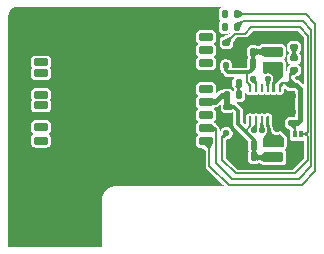
<source format=gbr>
%TF.GenerationSoftware,KiCad,Pcbnew,9.0.0*%
%TF.CreationDate,2025-07-16T00:49:38-07:00*%
%TF.ProjectId,microsd_express,6d696372-6f73-4645-9f65-787072657373,rev?*%
%TF.SameCoordinates,Original*%
%TF.FileFunction,Copper,L1,Top*%
%TF.FilePolarity,Positive*%
%FSLAX46Y46*%
G04 Gerber Fmt 4.6, Leading zero omitted, Abs format (unit mm)*
G04 Created by KiCad (PCBNEW 9.0.0) date 2025-07-16 00:49:38*
%MOMM*%
%LPD*%
G01*
G04 APERTURE LIST*
G04 Aperture macros list*
%AMRoundRect*
0 Rectangle with rounded corners*
0 $1 Rounding radius*
0 $2 $3 $4 $5 $6 $7 $8 $9 X,Y pos of 4 corners*
0 Add a 4 corners polygon primitive as box body*
4,1,4,$2,$3,$4,$5,$6,$7,$8,$9,$2,$3,0*
0 Add four circle primitives for the rounded corners*
1,1,$1+$1,$2,$3*
1,1,$1+$1,$4,$5*
1,1,$1+$1,$6,$7*
1,1,$1+$1,$8,$9*
0 Add four rect primitives between the rounded corners*
20,1,$1+$1,$2,$3,$4,$5,0*
20,1,$1+$1,$4,$5,$6,$7,0*
20,1,$1+$1,$6,$7,$8,$9,0*
20,1,$1+$1,$8,$9,$2,$3,0*%
G04 Aperture macros list end*
%TA.AperFunction,SMDPad,CuDef*%
%ADD10RoundRect,0.135000X-0.135000X-0.185000X0.135000X-0.185000X0.135000X0.185000X-0.135000X0.185000X0*%
%TD*%
%TA.AperFunction,SMDPad,CuDef*%
%ADD11RoundRect,0.175000X-0.425000X0.175000X-0.425000X-0.175000X0.425000X-0.175000X0.425000X0.175000X0*%
%TD*%
%TA.AperFunction,SMDPad,CuDef*%
%ADD12RoundRect,0.250000X-0.800000X0.300000X-0.800000X-0.300000X0.800000X-0.300000X0.800000X0.300000X0*%
%TD*%
%TA.AperFunction,SMDPad,CuDef*%
%ADD13RoundRect,0.135000X0.185000X-0.135000X0.185000X0.135000X-0.185000X0.135000X-0.185000X-0.135000X0*%
%TD*%
%TA.AperFunction,SMDPad,CuDef*%
%ADD14RoundRect,0.100000X0.750000X0.300000X-0.750000X0.300000X-0.750000X-0.300000X0.750000X-0.300000X0*%
%TD*%
%TA.AperFunction,SMDPad,CuDef*%
%ADD15RoundRect,0.057150X0.057150X0.273050X-0.057150X0.273050X-0.057150X-0.273050X0.057150X-0.273050X0*%
%TD*%
%TA.AperFunction,SMDPad,CuDef*%
%ADD16RoundRect,0.221100X0.998100X-0.553900X0.998100X0.553900X-0.998100X0.553900X-0.998100X-0.553900X0*%
%TD*%
%TA.AperFunction,SMDPad,CuDef*%
%ADD17R,0.400000X0.600000*%
%TD*%
%TA.AperFunction,SMDPad,CuDef*%
%ADD18RoundRect,0.140000X0.170000X-0.140000X0.170000X0.140000X-0.170000X0.140000X-0.170000X-0.140000X0*%
%TD*%
%TA.AperFunction,SMDPad,CuDef*%
%ADD19RoundRect,0.100000X-0.750000X-0.300000X0.750000X-0.300000X0.750000X0.300000X-0.750000X0.300000X0*%
%TD*%
%TA.AperFunction,SMDPad,CuDef*%
%ADD20RoundRect,0.140000X-0.170000X0.140000X-0.170000X-0.140000X0.170000X-0.140000X0.170000X0.140000X0*%
%TD*%
%TA.AperFunction,SMDPad,CuDef*%
%ADD21RoundRect,0.140000X0.140000X0.170000X-0.140000X0.170000X-0.140000X-0.170000X0.140000X-0.170000X0*%
%TD*%
%TA.AperFunction,SMDPad,CuDef*%
%ADD22RoundRect,0.140000X-0.140000X-0.170000X0.140000X-0.170000X0.140000X0.170000X-0.140000X0.170000X0*%
%TD*%
%TA.AperFunction,ViaPad*%
%ADD23C,0.550000*%
%TD*%
%TA.AperFunction,ViaPad*%
%ADD24C,0.600000*%
%TD*%
%TA.AperFunction,Conductor*%
%ADD25C,0.400000*%
%TD*%
%TA.AperFunction,Conductor*%
%ADD26C,0.300000*%
%TD*%
%TA.AperFunction,Conductor*%
%ADD27C,0.200000*%
%TD*%
%TA.AperFunction,Conductor*%
%ADD28C,0.127000*%
%TD*%
G04 APERTURE END LIST*
D10*
%TO.P,R6,1*%
%TO.N,/PCIE_CLKREQ_N*%
X122108755Y-62676787D03*
%TO.P,R6,2*%
%TO.N,/PCIE_CLKREQ_N_CARD*%
X123128755Y-62676787D03*
%TD*%
D11*
%TO.P,J1,1,1*%
%TO.N,/PCIE_CLKREQ_N_CARD*%
X120550000Y-73410000D03*
%TO.P,J1,2,2*%
%TO.N,/PCIE_RST_B_CARD*%
X120550000Y-72310000D03*
%TO.P,J1,3,3*%
%TO.N,unconnected-(J1-Pad3)*%
X120550000Y-71210000D03*
%TO.P,J1,4,4*%
%TO.N,+3V3*%
X120550000Y-70110000D03*
%TO.P,J1,5,5*%
%TO.N,unconnected-(J1-Pad5)*%
X120550000Y-69010000D03*
%TO.P,J1,6,6*%
%TO.N,GND*%
X120550000Y-67910000D03*
%TO.P,J1,7,7*%
%TO.N,/PCIE_CLK_P*%
X120550000Y-66810000D03*
%TO.P,J1,8,8*%
%TO.N,/PCIE_CLK_N*%
X120550000Y-65710000D03*
%TO.P,J1,9,9*%
%TO.N,+1V8*%
X106550000Y-73370000D03*
%TO.P,J1,10,10*%
%TO.N,GND*%
X106550000Y-71310000D03*
%TO.P,J1,11,11*%
%TO.N,/PCIE_TX_P*%
X106550000Y-70400000D03*
%TO.P,J1,12,12*%
%TO.N,/PCIE_TX_N*%
X106550000Y-69490000D03*
%TO.P,J1,13,13*%
%TO.N,GND*%
X106550000Y-68580000D03*
%TO.P,J1,14,14*%
%TO.N,Net-(C8-Pad2)*%
X106550000Y-67670000D03*
%TO.P,J1,15,15*%
%TO.N,Net-(C4-Pad2)*%
X106550000Y-66760000D03*
%TO.P,J1,16,16*%
%TO.N,GND*%
X106550000Y-65850000D03*
%TO.P,J1,17,17*%
%TO.N,unconnected-(J1-Pad17)*%
X106550000Y-72220000D03*
%TO.P,J1,DE,DE*%
%TO.N,unconnected-(J1-PadDE)*%
X120550000Y-64610000D03*
D12*
%TO.P,J1,S-1,SHIELD*%
%TO.N,GND*%
X107000000Y-62800000D03*
%TO.P,J1,S-2,SHIELD*%
X112500000Y-62800000D03*
%TO.P,J1,S-3,SW*%
X119700000Y-62800000D03*
%TO.P,J1,S-4,SHIELD*%
X119700000Y-76500000D03*
%TO.P,J1,S-5,SHIELD*%
X112500000Y-76500000D03*
%TO.P,J1,S-6,SHIELD*%
X107000000Y-76500000D03*
%TD*%
D13*
%TO.P,R4,1*%
%TO.N,/PCIE_DET_WAKE*%
X127972330Y-65475846D03*
%TO.P,R4,2*%
%TO.N,GND*%
X127972330Y-64455846D03*
%TD*%
D14*
%TO.P,L2,1,1*%
%TO.N,Net-(U1-SW2)*%
X126238032Y-73494966D03*
%TO.P,L2,2,2*%
%TO.N,+3V3*%
X126238032Y-74794966D03*
%TD*%
D10*
%TO.P,R1,1*%
%TO.N,+3V3*%
X122290730Y-69545349D03*
%TO.P,R1,2*%
%TO.N,/ENABLE_1V8*%
X123310730Y-69545349D03*
%TD*%
D15*
%TO.P,U1,1,OUT2*%
%TO.N,+3V3*%
X124250000Y-71659280D03*
%TO.P,U1,2,EN2*%
%TO.N,/PCIE_PWR_EN*%
X124749999Y-71659280D03*
%TO.P,U1,3,AVIN*%
%TO.N,+5V*%
X125250000Y-71659280D03*
%TO.P,U1,4,SW2*%
%TO.N,Net-(U1-SW2)*%
X125750000Y-71659280D03*
%TO.P,U1,5,AGND*%
%TO.N,GND*%
X126250001Y-71659280D03*
%TO.P,U1,6,PGND*%
X126750000Y-71659280D03*
%TO.P,U1,7,~{FPWM}*%
%TO.N,+5V*%
X126750000Y-68916080D03*
%TO.P,U1,8,SW1*%
%TO.N,Net-(U1-SW1)*%
X126250001Y-68916080D03*
%TO.P,U1,9,VIN*%
%TO.N,+5V*%
X125750000Y-68916080D03*
%TO.P,U1,10,PGOOD*%
%TO.N,unconnected-(U1-PGOOD-Pad10)*%
X125250000Y-68916080D03*
%TO.P,U1,11,EN1*%
%TO.N,/ENABLE_1V8*%
X124749999Y-68916080D03*
%TO.P,U1,12,OUT1*%
%TO.N,+1V8*%
X124250000Y-68916080D03*
D16*
%TO.P,U1,13,EPAD*%
%TO.N,GND*%
X125500000Y-70287680D03*
%TD*%
D17*
%TO.P,JP1,1,A*%
%TO.N,/PCIE_PWR_EN*%
X128603041Y-72817294D03*
%TO.P,JP1,2,B*%
%TO.N,+5V*%
X128053041Y-72817294D03*
%TD*%
D18*
%TO.P,C7,1*%
%TO.N,+5V*%
X127778443Y-71882981D03*
%TO.P,C7,2*%
%TO.N,GND*%
X127778443Y-70922981D03*
%TD*%
D19*
%TO.P,L1,1,1*%
%TO.N,Net-(U1-SW1)*%
X126171040Y-67150000D03*
%TO.P,L1,2,2*%
%TO.N,+1V8*%
X126171040Y-65850000D03*
%TD*%
D20*
%TO.P,C11,1*%
%TO.N,+3V3*%
X122333808Y-70527046D03*
%TO.P,C11,2*%
%TO.N,GND*%
X122333808Y-71487046D03*
%TD*%
%TO.P,C3,1*%
%TO.N,+5V*%
X127763877Y-68670167D03*
%TO.P,C3,2*%
%TO.N,GND*%
X127763877Y-69630167D03*
%TD*%
D21*
%TO.P,C5,1*%
%TO.N,+3V3*%
X124597369Y-73774427D03*
%TO.P,C5,2*%
%TO.N,GND*%
X123637369Y-73774427D03*
%TD*%
%TO.P,C6,1*%
%TO.N,+1V8*%
X124500396Y-66851272D03*
%TO.P,C6,2*%
%TO.N,GND*%
X123540396Y-66851272D03*
%TD*%
%TO.P,C1,1*%
%TO.N,+3V3*%
X124593339Y-74777966D03*
%TO.P,C1,2*%
%TO.N,GND*%
X123633339Y-74777966D03*
%TD*%
D22*
%TO.P,C9,1*%
%TO.N,GND*%
X122323996Y-68519600D03*
%TO.P,C9,2*%
%TO.N,/ENABLE_1V8*%
X123283996Y-68519600D03*
%TD*%
D10*
%TO.P,R5,1*%
%TO.N,/PCIE_RST_B*%
X122118556Y-63750000D03*
%TO.P,R5,2*%
%TO.N,/PCIE_RST_B_CARD*%
X123138556Y-63750000D03*
%TD*%
D21*
%TO.P,C2,1*%
%TO.N,+1V8*%
X124504304Y-65839034D03*
%TO.P,C2,2*%
%TO.N,GND*%
X123544304Y-65839034D03*
%TD*%
D13*
%TO.P,R3,1*%
%TO.N,+5V*%
X127970599Y-67421702D03*
%TO.P,R3,2*%
%TO.N,/PCIE_DET_WAKE*%
X127970599Y-66401702D03*
%TD*%
%TO.P,R2,1*%
%TO.N,GND*%
X122254803Y-66103005D03*
%TO.P,R2,2*%
%TO.N,/PCIE_PWR_EN*%
X122254803Y-65083005D03*
%TD*%
D23*
%TO.N,+3V3*%
X120549293Y-70110707D03*
%TO.N,GND*%
X126495371Y-72407435D03*
X126300000Y-70287680D03*
D24*
X109000000Y-79050000D03*
D23*
X127778443Y-70922981D03*
X123637369Y-73774427D03*
X127763877Y-69630167D03*
X123633339Y-74777966D03*
X127972330Y-64455846D03*
X122323996Y-68519600D03*
X116000000Y-74000000D03*
X122333808Y-71487046D03*
D24*
X107500000Y-79050000D03*
D23*
X124700000Y-70287680D03*
X121494974Y-67944175D03*
X114500000Y-75500000D03*
X123544304Y-65839034D03*
X117500000Y-72500000D03*
X128541220Y-68069006D03*
D24*
X106550000Y-71310000D03*
D23*
X119000000Y-71000000D03*
X122254803Y-66103005D03*
D24*
X110500000Y-79050000D03*
X106000000Y-79050000D03*
D23*
X123540396Y-66851272D03*
%TO.N,+1V8*%
X122200000Y-67000000D03*
X106550000Y-73370000D03*
%TO.N,+5V*%
X127778443Y-71882981D03*
X125250000Y-72500000D03*
X125750122Y-68145335D03*
X127763877Y-68670167D03*
%TO.N,/PCIE_CLK_P*%
X120550000Y-66810000D03*
%TO.N,/PCIE_TX_N*%
X106550000Y-69490000D03*
%TO.N,/PCIE_CLK_N*%
X120550000Y-65710000D03*
%TO.N,/ENABLE_1V8*%
X123283996Y-68519600D03*
X124500000Y-68174768D03*
%TO.N,/PCIE_TX_P*%
X106550000Y-70400000D03*
%TO.N,/PCIE_DET_WAKE*%
X127972330Y-65475846D03*
%TO.N,/PCIE_RST_B*%
X122118556Y-63750000D03*
%TO.N,/PCIE_PWR_EN*%
X122250000Y-72750000D03*
X122254803Y-65083005D03*
X124574997Y-72500000D03*
%TO.N,/PCIE_CLKREQ_N*%
X122108755Y-62676787D03*
%TO.N,Net-(C4-Pad2)*%
X106550000Y-66760000D03*
%TO.N,Net-(C8-Pad2)*%
X106550000Y-67670000D03*
%TD*%
D25*
%TO.N,+3V3*%
X122290730Y-69545349D02*
X122268440Y-69523059D01*
D26*
X123250000Y-71987786D02*
X123881107Y-72618893D01*
D27*
X124593339Y-73778457D02*
X124597369Y-73774427D01*
D26*
X123881107Y-72618893D02*
X124597369Y-73335155D01*
D28*
X124250000Y-72168094D02*
X123881107Y-72536987D01*
D26*
X122333808Y-70527046D02*
X122925798Y-70527046D01*
X124597369Y-73774427D02*
X124508060Y-73685118D01*
D27*
X124593339Y-73778457D02*
X124500000Y-73685118D01*
D25*
X121302438Y-70110000D02*
X120550000Y-70110000D01*
D26*
X124508060Y-73685118D02*
X124500000Y-73685118D01*
X126238032Y-74794966D02*
X124605061Y-74794966D01*
X122925798Y-70527046D02*
X123250000Y-70851248D01*
D25*
X122268440Y-69523059D02*
X121889379Y-69523059D01*
D26*
X124593339Y-74777966D02*
X124593339Y-73778457D01*
D28*
X123881107Y-72536987D02*
X123881107Y-72618893D01*
D25*
X122290730Y-69545349D02*
X122290730Y-70483968D01*
X122290730Y-70483968D02*
X122333808Y-70527046D01*
D26*
X124597369Y-73335155D02*
X124597369Y-73774427D01*
D25*
X121889379Y-69523059D02*
X121302438Y-70110000D01*
D26*
X123250000Y-70851248D02*
X123250000Y-71987786D01*
D28*
X124250000Y-71659280D02*
X124250000Y-72168094D01*
D27*
%TO.N,GND*%
X126250001Y-72162065D02*
X126250001Y-71659280D01*
X126495371Y-72407435D02*
X126750000Y-72152806D01*
X126495371Y-72407435D02*
X126250001Y-72162065D01*
X126750000Y-72152806D02*
X126750000Y-71659280D01*
D26*
%TO.N,+1V8*%
X124187439Y-67600000D02*
X124500396Y-67287043D01*
X122400000Y-67600000D02*
X122200000Y-67400000D01*
X124504304Y-65839034D02*
X124507057Y-65836281D01*
D28*
X124000000Y-67600000D02*
X124000000Y-68383289D01*
D26*
X124500396Y-67287043D02*
X124500396Y-66851272D01*
X124000000Y-67600000D02*
X122400000Y-67600000D01*
X124504304Y-65839034D02*
X124504304Y-66847364D01*
X122200000Y-67400000D02*
X122200000Y-67000000D01*
X124504304Y-66847364D02*
X124500396Y-66851272D01*
D28*
X124000000Y-68383289D02*
X124250000Y-68633289D01*
D26*
X124000000Y-67600000D02*
X124187439Y-67600000D01*
D28*
X124250000Y-68633289D02*
X124250000Y-68916080D01*
D26*
X124515270Y-65850000D02*
X124504304Y-65839034D01*
X125350000Y-65850000D02*
X124515270Y-65850000D01*
D27*
X126171040Y-65850000D02*
X125350000Y-65850000D01*
%TO.N,+5V*%
X125250000Y-72500000D02*
X125250000Y-71659280D01*
X127000000Y-68500000D02*
X126750000Y-68750000D01*
X127642301Y-68548591D02*
X127763877Y-68670167D01*
X125750000Y-68916080D02*
X125750000Y-68145457D01*
D28*
X128078041Y-72182579D02*
X127778443Y-71882981D01*
D27*
X125750000Y-68145457D02*
X125750122Y-68145335D01*
X127642301Y-67750000D02*
X127642301Y-68548591D01*
D25*
X128501783Y-71650425D02*
X128269227Y-71882981D01*
D27*
X127593710Y-68500000D02*
X127000000Y-68500000D01*
X127763877Y-68670167D02*
X127593710Y-68500000D01*
X127970599Y-67421702D02*
X127642301Y-67750000D01*
D28*
X128078041Y-72817294D02*
X128078041Y-72182579D01*
D25*
X128183364Y-68670167D02*
X128501783Y-68988586D01*
X128269227Y-71882981D02*
X127778443Y-71882981D01*
D27*
X126750000Y-68750000D02*
X126750000Y-68916080D01*
D25*
X127763877Y-68670167D02*
X128183364Y-68670167D01*
X128501783Y-68988586D02*
X128501783Y-71650425D01*
D28*
%TO.N,/ENABLE_1V8*%
X123283996Y-69518615D02*
X123310730Y-69545349D01*
X124500000Y-68174768D02*
X124749999Y-68424767D01*
X123283996Y-68519600D02*
X123283996Y-69518615D01*
X124749999Y-68424767D02*
X124749999Y-68916080D01*
%TO.N,/PCIE_CLKREQ_N_CARD*%
X129790179Y-75959821D02*
X128631656Y-77118344D01*
X120815621Y-73675621D02*
X120550000Y-73410000D01*
X123128755Y-62676787D02*
X128987732Y-62676787D01*
X128631656Y-77118344D02*
X122444922Y-77118344D01*
X129790179Y-63479234D02*
X129790179Y-75959821D01*
X122444922Y-77118344D02*
X120815621Y-75489043D01*
X128987732Y-62676787D02*
X129790179Y-63479234D01*
X120815621Y-75489043D02*
X120815621Y-73675621D01*
%TO.N,/PCIE_RST_B_CARD*%
X128381939Y-76613216D02*
X122728399Y-76613216D01*
X121256559Y-72310000D02*
X120550000Y-72310000D01*
X129447606Y-63987048D02*
X129447606Y-75547549D01*
X123638556Y-63250000D02*
X128710558Y-63250000D01*
X122728399Y-76613216D02*
X121356862Y-75241679D01*
X128710558Y-63250000D02*
X129447606Y-63987048D01*
X121356862Y-75241679D02*
X121356862Y-72410303D01*
X129447606Y-75547549D02*
X128381939Y-76613216D01*
X121356862Y-72410303D02*
X121256559Y-72310000D01*
X123138556Y-63750000D02*
X123638556Y-63250000D01*
D27*
%TO.N,/PCIE_DET_WAKE*%
X127972330Y-65475846D02*
X127970599Y-65477577D01*
X127970599Y-65477577D02*
X127970599Y-66401702D01*
D28*
%TO.N,/PCIE_PWR_EN*%
X129126953Y-64481353D02*
X128443255Y-63797655D01*
X122994142Y-64321192D02*
X122254803Y-65060531D01*
X122250000Y-72750000D02*
X121896547Y-73103453D01*
D27*
X124646259Y-72266267D02*
X124749999Y-72162527D01*
X124749999Y-72162527D02*
X124749999Y-71659280D01*
D28*
X123826522Y-64321192D02*
X122994142Y-64321192D01*
X124350059Y-63797655D02*
X123826522Y-64321192D01*
X129126953Y-75056895D02*
X129126953Y-73011541D01*
X128932706Y-72817294D02*
X128578041Y-72817294D01*
X129126953Y-72623047D02*
X129126953Y-64481353D01*
X121896547Y-74997236D02*
X123042631Y-76143320D01*
X123042631Y-76143320D02*
X128040528Y-76143320D01*
X128040528Y-76143320D02*
X129126953Y-75056895D01*
X128443255Y-63797655D02*
X124350059Y-63797655D01*
X122254803Y-65060531D02*
X122254803Y-65083005D01*
X121896547Y-73103453D02*
X121896547Y-74997236D01*
X129126953Y-73011541D02*
X128932706Y-72817294D01*
D27*
X124574997Y-72500000D02*
X124646259Y-72428738D01*
X124646259Y-72428738D02*
X124646259Y-72266267D01*
D28*
X128932706Y-72817294D02*
X129126953Y-72623047D01*
%TD*%
%TA.AperFunction,Conductor*%
%TO.N,Net-(U1-SW1)*%
G36*
X127006688Y-66764352D02*
G01*
X127021040Y-66799000D01*
X127021040Y-67908845D01*
X127006688Y-67943493D01*
X126364301Y-68585879D01*
X126364301Y-69197280D01*
X126349949Y-69231928D01*
X126315301Y-69246280D01*
X126184701Y-69246280D01*
X126150053Y-69231928D01*
X126135701Y-69197280D01*
X126135701Y-68500926D01*
X126138392Y-68484910D01*
X126149168Y-68453753D01*
X126191077Y-68332577D01*
X126193217Y-68328871D01*
X126196168Y-68317856D01*
X126209680Y-68278789D01*
X126213705Y-68265769D01*
X126214115Y-68264268D01*
X126214682Y-68262146D01*
X126214981Y-68252636D01*
X126216626Y-68241505D01*
X126225622Y-68207936D01*
X126225622Y-68082734D01*
X126225622Y-68082732D01*
X126212660Y-68034360D01*
X126193217Y-67961799D01*
X126130617Y-67853371D01*
X126042086Y-67764840D01*
X125933658Y-67702240D01*
X125919363Y-67698409D01*
X125812725Y-67669835D01*
X125812723Y-67669835D01*
X125687521Y-67669835D01*
X125687519Y-67669835D01*
X125566588Y-67702239D01*
X125566582Y-67702241D01*
X125539991Y-67717593D01*
X125502809Y-67722487D01*
X125480845Y-67709805D01*
X125335392Y-67564352D01*
X125321040Y-67529704D01*
X125321040Y-66799000D01*
X125335392Y-66764352D01*
X125370040Y-66750000D01*
X126972040Y-66750000D01*
X127006688Y-66764352D01*
G37*
%TD.AperFunction*%
%TD*%
%TA.AperFunction,Conductor*%
%TO.N,Net-(U1-SW2)*%
G36*
X125849948Y-71343432D02*
G01*
X125864300Y-71378080D01*
X125864300Y-71989480D01*
X125933349Y-72051857D01*
X125949438Y-72085730D01*
X125949501Y-72088215D01*
X125949501Y-72201628D01*
X125969979Y-72278052D01*
X125969981Y-72278056D01*
X125992156Y-72316465D01*
X125992167Y-72316484D01*
X125992445Y-72316966D01*
X125998440Y-72334069D01*
X126022497Y-72492023D01*
X126037780Y-72544350D01*
X126039741Y-72548280D01*
X126039001Y-72548648D01*
X126043341Y-72557630D01*
X126052275Y-72590969D01*
X126052277Y-72590973D01*
X126114871Y-72699392D01*
X126114874Y-72699396D01*
X126114876Y-72699399D01*
X126203407Y-72787930D01*
X126311835Y-72850530D01*
X126384396Y-72869973D01*
X126432768Y-72882935D01*
X126432770Y-72882935D01*
X126557974Y-72882935D01*
X126600169Y-72871627D01*
X126678907Y-72850530D01*
X126732547Y-72819560D01*
X126769729Y-72814666D01*
X126789893Y-72825635D01*
X127071879Y-73080374D01*
X127087969Y-73114249D01*
X127088032Y-73116733D01*
X127088032Y-73845966D01*
X127073680Y-73880614D01*
X127039032Y-73894966D01*
X125437032Y-73894966D01*
X125402384Y-73880614D01*
X125388032Y-73845966D01*
X125388032Y-73115262D01*
X125402384Y-73080614D01*
X125402625Y-73080373D01*
X125635700Y-72847298D01*
X125635700Y-72796077D01*
X125642265Y-72771577D01*
X125693094Y-72683538D01*
X125693094Y-72683537D01*
X125693095Y-72683536D01*
X125725500Y-72562601D01*
X125725500Y-72437399D01*
X125712780Y-72389931D01*
X125709576Y-72366589D01*
X125696002Y-72327313D01*
X125693095Y-72316464D01*
X125693094Y-72316462D01*
X125692583Y-72315227D01*
X125689461Y-72308389D01*
X125638388Y-72160608D01*
X125635700Y-72144603D01*
X125635700Y-71378080D01*
X125650052Y-71343432D01*
X125684700Y-71329080D01*
X125815300Y-71329080D01*
X125849948Y-71343432D01*
G37*
%TD.AperFunction*%
%TD*%
%TA.AperFunction,Conductor*%
%TO.N,GND*%
G36*
X121821535Y-62064852D02*
G01*
X121835887Y-62099500D01*
X121821535Y-62134148D01*
X121808409Y-62143519D01*
X121762197Y-62166112D01*
X121746655Y-62173710D01*
X121746651Y-62173712D01*
X121655680Y-62264683D01*
X121655678Y-62264687D01*
X121599173Y-62380268D01*
X121599173Y-62380269D01*
X121588255Y-62455203D01*
X121588255Y-62582492D01*
X121586585Y-62595175D01*
X121583255Y-62607602D01*
X121583255Y-62745970D01*
X121586585Y-62758396D01*
X121588255Y-62771080D01*
X121588255Y-62898369D01*
X121599173Y-62973305D01*
X121655679Y-63088889D01*
X121655680Y-63088890D01*
X121749524Y-63182734D01*
X121748092Y-63184165D01*
X121764268Y-63210055D01*
X121755831Y-63246597D01*
X121750588Y-63252789D01*
X121665482Y-63337895D01*
X121665479Y-63337900D01*
X121608974Y-63453481D01*
X121608974Y-63453482D01*
X121598056Y-63528416D01*
X121598056Y-63655705D01*
X121596386Y-63668388D01*
X121593056Y-63680815D01*
X121593056Y-63819183D01*
X121596386Y-63831609D01*
X121598056Y-63844293D01*
X121598056Y-63971582D01*
X121608974Y-64046518D01*
X121665480Y-64162102D01*
X121756454Y-64253076D01*
X121872038Y-64309582D01*
X121930063Y-64318036D01*
X121946972Y-64320500D01*
X121946974Y-64320500D01*
X122290140Y-64320500D01*
X122305333Y-64318285D01*
X122365074Y-64309582D01*
X122480658Y-64253076D01*
X122480658Y-64253075D01*
X122484305Y-64251293D01*
X122484800Y-64252307D01*
X122516796Y-64244897D01*
X122548614Y-64264749D01*
X122557076Y-64301285D01*
X122543390Y-64327879D01*
X122509385Y-64361884D01*
X122494903Y-64371894D01*
X122082398Y-64558163D01*
X122062232Y-64562505D01*
X122033219Y-64562505D01*
X121958285Y-64573423D01*
X121958284Y-64573423D01*
X121842703Y-64629928D01*
X121842699Y-64629930D01*
X121751728Y-64720901D01*
X121751726Y-64720905D01*
X121695221Y-64836486D01*
X121695221Y-64836487D01*
X121684303Y-64911421D01*
X121684303Y-65254588D01*
X121685209Y-65260803D01*
X121695221Y-65329523D01*
X121751727Y-65445107D01*
X121842701Y-65536081D01*
X121958285Y-65592587D01*
X122016310Y-65601041D01*
X122033219Y-65603505D01*
X122033221Y-65603505D01*
X122160510Y-65603505D01*
X122173190Y-65605174D01*
X122180765Y-65607204D01*
X122185619Y-65608505D01*
X122185620Y-65608505D01*
X122323987Y-65608505D01*
X122328840Y-65607204D01*
X122336415Y-65605174D01*
X122349096Y-65603505D01*
X122476387Y-65603505D01*
X122491580Y-65601290D01*
X122551321Y-65592587D01*
X122666905Y-65536081D01*
X122757879Y-65445107D01*
X122814385Y-65329523D01*
X122824397Y-65260803D01*
X122825303Y-65254588D01*
X122825303Y-65202424D01*
X122827796Y-65186994D01*
X122852098Y-65113744D01*
X122950942Y-64815810D01*
X122962798Y-64796597D01*
X123109853Y-64649544D01*
X123144501Y-64635192D01*
X123867863Y-64635192D01*
X123909850Y-64623940D01*
X123930845Y-64618315D01*
X123947722Y-64613793D01*
X124019322Y-64572455D01*
X124465771Y-64126007D01*
X124500419Y-64111655D01*
X128292896Y-64111655D01*
X128327544Y-64126007D01*
X128798601Y-64597064D01*
X128812953Y-64631712D01*
X128812953Y-68544357D01*
X128798601Y-68579005D01*
X128763953Y-68593357D01*
X128729305Y-68579005D01*
X128459978Y-68309678D01*
X128357252Y-68250368D01*
X128357250Y-68250367D01*
X128333037Y-68243880D01*
X128302915Y-68235809D01*
X128242675Y-68219667D01*
X128242673Y-68219667D01*
X128195071Y-68219667D01*
X128169864Y-68211739D01*
X128169702Y-68212058D01*
X128169233Y-68211819D01*
X128168647Y-68211356D01*
X128167024Y-68210846D01*
X128166302Y-68210342D01*
X128166268Y-68210308D01*
X128166213Y-68210280D01*
X128163434Y-68208340D01*
X128163325Y-68208170D01*
X128163153Y-68208045D01*
X128163202Y-68207977D01*
X128162012Y-68206116D01*
X128154164Y-68199917D01*
X128148726Y-68193527D01*
X128058340Y-68087311D01*
X128046815Y-68051622D01*
X128063901Y-68018238D01*
X128070827Y-68013313D01*
X128183548Y-67947108D01*
X128201292Y-67940874D01*
X128267117Y-67931284D01*
X128382701Y-67874778D01*
X128473675Y-67783804D01*
X128530181Y-67668220D01*
X128541099Y-67593284D01*
X128541099Y-67250120D01*
X128530181Y-67175184D01*
X128473675Y-67059600D01*
X128382701Y-66968626D01*
X128382699Y-66968625D01*
X128382696Y-66968623D01*
X128356308Y-66955723D01*
X128331483Y-66927612D01*
X128333807Y-66890182D01*
X128356308Y-66867681D01*
X128363012Y-66864403D01*
X128382701Y-66854778D01*
X128473675Y-66763804D01*
X128530181Y-66648220D01*
X128541099Y-66573284D01*
X128541099Y-66230120D01*
X128540404Y-66225352D01*
X128538635Y-66213209D01*
X128530181Y-66155184D01*
X128473675Y-66039600D01*
X128455509Y-66021434D01*
X128447439Y-66010789D01*
X128420930Y-65963610D01*
X128416469Y-65926373D01*
X128421003Y-65915474D01*
X128447885Y-65867982D01*
X128455874Y-65857478D01*
X128475406Y-65837948D01*
X128531912Y-65722364D01*
X128542830Y-65647428D01*
X128542830Y-65304264D01*
X128541191Y-65293018D01*
X128539081Y-65278534D01*
X128531912Y-65229328D01*
X128475406Y-65113744D01*
X128384432Y-65022770D01*
X128268848Y-64966264D01*
X128243869Y-64962624D01*
X128193914Y-64955346D01*
X128193912Y-64955346D01*
X128066623Y-64955346D01*
X128053942Y-64953676D01*
X128046367Y-64951646D01*
X128041514Y-64950346D01*
X128041513Y-64950346D01*
X127903147Y-64950346D01*
X127903146Y-64950346D01*
X127898292Y-64951646D01*
X127890717Y-64953676D01*
X127878037Y-64955346D01*
X127750746Y-64955346D01*
X127675812Y-64966264D01*
X127675811Y-64966264D01*
X127560230Y-65022769D01*
X127560226Y-65022771D01*
X127469255Y-65113742D01*
X127469253Y-65113746D01*
X127412748Y-65229327D01*
X127412748Y-65229328D01*
X127403469Y-65293018D01*
X127401830Y-65304264D01*
X127401830Y-65647428D01*
X127412748Y-65722364D01*
X127469254Y-65837948D01*
X127469255Y-65837949D01*
X127486064Y-65854758D01*
X127494210Y-65865538D01*
X127521279Y-65914070D01*
X127525622Y-65951320D01*
X127521203Y-65961941D01*
X127493754Y-66010792D01*
X127485685Y-66021436D01*
X127467526Y-66039595D01*
X127467522Y-66039600D01*
X127411017Y-66155183D01*
X127411017Y-66155184D01*
X127400794Y-66225352D01*
X127400099Y-66230120D01*
X127400099Y-66573284D01*
X127411017Y-66648220D01*
X127467523Y-66763804D01*
X127558497Y-66854778D01*
X127558498Y-66854778D01*
X127558499Y-66854779D01*
X127584890Y-66867681D01*
X127609714Y-66895792D01*
X127607390Y-66933223D01*
X127584890Y-66955723D01*
X127558499Y-66968624D01*
X127558495Y-66968627D01*
X127467524Y-67059598D01*
X127467522Y-67059602D01*
X127411017Y-67175183D01*
X127411017Y-67175184D01*
X127400099Y-67250118D01*
X127400099Y-67357280D01*
X127398975Y-67367714D01*
X127373416Y-67484994D01*
X127352016Y-67515791D01*
X127315106Y-67522436D01*
X127284309Y-67501036D01*
X127276540Y-67474560D01*
X127276540Y-66798998D01*
X127276539Y-66798994D01*
X127276174Y-66797161D01*
X127269539Y-66763804D01*
X127257092Y-66701228D01*
X127257089Y-66701219D01*
X127242739Y-66666576D01*
X127240414Y-66663097D01*
X127214499Y-66624312D01*
X127187355Y-66583687D01*
X127108046Y-66530694D01*
X127087210Y-66499511D01*
X127094527Y-66462729D01*
X127113749Y-66445931D01*
X127127523Y-66439198D01*
X127210238Y-66356483D01*
X127261613Y-66251393D01*
X127271540Y-66183260D01*
X127271540Y-65516740D01*
X127261613Y-65448607D01*
X127210238Y-65343517D01*
X127127523Y-65260802D01*
X127073036Y-65234165D01*
X127022436Y-65209428D01*
X127022434Y-65209427D01*
X126954302Y-65199500D01*
X126954300Y-65199500D01*
X125387780Y-65199500D01*
X125387778Y-65199500D01*
X125319645Y-65209427D01*
X125288467Y-65224668D01*
X125280824Y-65227640D01*
X125258722Y-65234165D01*
X125258720Y-65234166D01*
X124991407Y-65374493D01*
X124954058Y-65377891D01*
X124949940Y-65376403D01*
X124847549Y-65334149D01*
X124843996Y-65332513D01*
X124766482Y-65293018D01*
X124766480Y-65293017D01*
X124766479Y-65293017D01*
X124675039Y-65278534D01*
X124675037Y-65278534D01*
X124333571Y-65278534D01*
X124242128Y-65293016D01*
X124131919Y-65349170D01*
X124131912Y-65349175D01*
X124044445Y-65436642D01*
X124044440Y-65436649D01*
X123988288Y-65546853D01*
X123988288Y-65546855D01*
X123988287Y-65546857D01*
X123988287Y-65546859D01*
X123978523Y-65608505D01*
X123973804Y-65638300D01*
X123973804Y-66039766D01*
X123988286Y-66131206D01*
X123988286Y-66131207D01*
X123988287Y-66131209D01*
X123989593Y-66133773D01*
X123993611Y-66147001D01*
X123993960Y-66146925D01*
X123994476Y-66149272D01*
X124052388Y-66327083D01*
X124052240Y-66357878D01*
X123991437Y-66538648D01*
X123991437Y-66538650D01*
X123990140Y-66544426D01*
X123985993Y-66555928D01*
X123984378Y-66559096D01*
X123984378Y-66559097D01*
X123969896Y-66650537D01*
X123969896Y-67052004D01*
X123984282Y-67142835D01*
X123975526Y-67179302D01*
X123943550Y-67198897D01*
X123935885Y-67199500D01*
X122761720Y-67199500D01*
X122758752Y-67198270D01*
X122755655Y-67199123D01*
X122741796Y-67191247D01*
X122727072Y-67185148D01*
X122725842Y-67182180D01*
X122723049Y-67180593D01*
X122719895Y-67167822D01*
X122712720Y-67150500D01*
X122713097Y-67144435D01*
X122713258Y-67143138D01*
X122719201Y-67109938D01*
X122719019Y-67096954D01*
X122719439Y-67093593D01*
X122720039Y-67092536D01*
X122720732Y-67086975D01*
X122725500Y-67069182D01*
X122725500Y-66930814D01*
X122725499Y-66930813D01*
X122705126Y-66854779D01*
X122689688Y-66797164D01*
X122689687Y-66797163D01*
X122689687Y-66797161D01*
X122645827Y-66721194D01*
X122620505Y-66677335D01*
X122522665Y-66579495D01*
X122511907Y-66573284D01*
X122402838Y-66510312D01*
X122402834Y-66510311D01*
X122269186Y-66474500D01*
X122269183Y-66474500D01*
X122130817Y-66474500D01*
X122130814Y-66474500D01*
X121997165Y-66510311D01*
X121997161Y-66510312D01*
X121877334Y-66579495D01*
X121877334Y-66579496D01*
X121779496Y-66677334D01*
X121779495Y-66677334D01*
X121710312Y-66797161D01*
X121710311Y-66797165D01*
X121674500Y-66930813D01*
X121674500Y-67069186D01*
X121710310Y-67202831D01*
X121710311Y-67202833D01*
X121710312Y-67202836D01*
X121712987Y-67207469D01*
X121738996Y-67252519D01*
X121743886Y-67264316D01*
X121745367Y-67269835D01*
X121746768Y-67275052D01*
X121794438Y-67371616D01*
X121799500Y-67393305D01*
X121799500Y-67452730D01*
X121826792Y-67554587D01*
X121826793Y-67554589D01*
X121861506Y-67614712D01*
X121879520Y-67645913D01*
X122007574Y-67773967D01*
X122010587Y-67777517D01*
X122012206Y-67778599D01*
X122076730Y-67843122D01*
X122076737Y-67843130D01*
X122079520Y-67845913D01*
X122154087Y-67920480D01*
X122238629Y-67969290D01*
X122238630Y-67969291D01*
X122245411Y-67973206D01*
X122245413Y-67973207D01*
X122292683Y-67985873D01*
X122347271Y-68000501D01*
X122347273Y-68000501D01*
X122455724Y-68000501D01*
X122455740Y-68000500D01*
X122822550Y-68000500D01*
X122857198Y-68014852D01*
X122871550Y-68049500D01*
X122857198Y-68084148D01*
X122824137Y-68117208D01*
X122824132Y-68117215D01*
X122767980Y-68227419D01*
X122767980Y-68227421D01*
X122767979Y-68227423D01*
X122767979Y-68227425D01*
X122754951Y-68309678D01*
X122753496Y-68318866D01*
X122753496Y-68720332D01*
X122767978Y-68811774D01*
X122786997Y-68849099D01*
X122789920Y-68856142D01*
X122796661Y-68876797D01*
X122880270Y-69025632D01*
X122880799Y-69030058D01*
X122883774Y-69033376D01*
X122882966Y-69048161D01*
X122884727Y-69062870D01*
X122881729Y-69070824D01*
X122842069Y-69153503D01*
X122814144Y-69178535D01*
X122776696Y-69176490D01*
X122753868Y-69153830D01*
X122743806Y-69133247D01*
X122652832Y-69042273D01*
X122537248Y-68985767D01*
X122512269Y-68982127D01*
X122462314Y-68974849D01*
X122462312Y-68974849D01*
X122119148Y-68974849D01*
X122119146Y-68974849D01*
X122044212Y-68985767D01*
X122044211Y-68985767D01*
X121928630Y-69042272D01*
X121928626Y-69042274D01*
X121912694Y-69058207D01*
X121878046Y-69072559D01*
X121830067Y-69072559D01*
X121739705Y-69096772D01*
X121715494Y-69103258D01*
X121715489Y-69103260D01*
X121612764Y-69162570D01*
X121612763Y-69162571D01*
X121477712Y-69297621D01*
X121443064Y-69311973D01*
X121408416Y-69297621D01*
X121394064Y-69262973D01*
X121394667Y-69255314D01*
X121400500Y-69218488D01*
X121400500Y-68801512D01*
X121384719Y-68701874D01*
X121384717Y-68701870D01*
X121323532Y-68581786D01*
X121323527Y-68581779D01*
X121228220Y-68486472D01*
X121228213Y-68486467D01*
X121108129Y-68425282D01*
X121108127Y-68425281D01*
X121108126Y-68425281D01*
X121008488Y-68409500D01*
X120091512Y-68409500D01*
X119991874Y-68425281D01*
X119991872Y-68425281D01*
X119991870Y-68425282D01*
X119871786Y-68486467D01*
X119871779Y-68486472D01*
X119776472Y-68581779D01*
X119776467Y-68581786D01*
X119715282Y-68701870D01*
X119715281Y-68701872D01*
X119715281Y-68701874D01*
X119699500Y-68801512D01*
X119699500Y-69218488D01*
X119715281Y-69318126D01*
X119715281Y-69318127D01*
X119715282Y-69318129D01*
X119776467Y-69438213D01*
X119776472Y-69438220D01*
X119863604Y-69525352D01*
X119877956Y-69560000D01*
X119863604Y-69594648D01*
X119776472Y-69681779D01*
X119776467Y-69681786D01*
X119715282Y-69801870D01*
X119715281Y-69801872D01*
X119715281Y-69801874D01*
X119699500Y-69901512D01*
X119699500Y-70318488D01*
X119715281Y-70418126D01*
X119715281Y-70418127D01*
X119715282Y-70418129D01*
X119776467Y-70538213D01*
X119776472Y-70538220D01*
X119863604Y-70625352D01*
X119877956Y-70660000D01*
X119863604Y-70694648D01*
X119776472Y-70781779D01*
X119776467Y-70781786D01*
X119715282Y-70901870D01*
X119715281Y-70901872D01*
X119715281Y-70901874D01*
X119699500Y-71001512D01*
X119699500Y-71418488D01*
X119715281Y-71518126D01*
X119715281Y-71518127D01*
X119715282Y-71518129D01*
X119776467Y-71638213D01*
X119776472Y-71638220D01*
X119863604Y-71725352D01*
X119877956Y-71760000D01*
X119863604Y-71794648D01*
X119776472Y-71881779D01*
X119776467Y-71881786D01*
X119715282Y-72001870D01*
X119715281Y-72001872D01*
X119715281Y-72001874D01*
X119699500Y-72101512D01*
X119699500Y-72518488D01*
X119715281Y-72618126D01*
X119715281Y-72618127D01*
X119715282Y-72618129D01*
X119776467Y-72738213D01*
X119776472Y-72738220D01*
X119863604Y-72825352D01*
X119877956Y-72860000D01*
X119863604Y-72894648D01*
X119776472Y-72981779D01*
X119776467Y-72981786D01*
X119715282Y-73101870D01*
X119715281Y-73101872D01*
X119715281Y-73101874D01*
X119699500Y-73201512D01*
X119699500Y-73618488D01*
X119715281Y-73718126D01*
X119715281Y-73718127D01*
X119715282Y-73718129D01*
X119776467Y-73838213D01*
X119776472Y-73838220D01*
X119871779Y-73933527D01*
X119871786Y-73933532D01*
X119959830Y-73978392D01*
X119991874Y-73994719D01*
X120091512Y-74010500D01*
X120196684Y-74010500D01*
X120227043Y-74021038D01*
X120278022Y-74061278D01*
X120482980Y-74223060D01*
X120501285Y-74255792D01*
X120501621Y-74261521D01*
X120501621Y-75530383D01*
X120517298Y-75588887D01*
X120517298Y-75588888D01*
X120523019Y-75610242D01*
X120523020Y-75610245D01*
X120564358Y-75681843D01*
X121998367Y-77115852D01*
X122012719Y-77150500D01*
X121998367Y-77185148D01*
X121963719Y-77199500D01*
X113047595Y-77199500D01*
X113000000Y-77199500D01*
X112897648Y-77199500D01*
X112859599Y-77205526D01*
X112695468Y-77231522D01*
X112695465Y-77231523D01*
X112500782Y-77294779D01*
X112318387Y-77387714D01*
X112318384Y-77387716D01*
X112152779Y-77508035D01*
X112008035Y-77652779D01*
X111887716Y-77818384D01*
X111887714Y-77818387D01*
X111794779Y-78000782D01*
X111731523Y-78195465D01*
X111731522Y-78195468D01*
X111699500Y-78397648D01*
X111699500Y-82350500D01*
X111685148Y-82385148D01*
X111650500Y-82399500D01*
X103849500Y-82399500D01*
X103814852Y-82385148D01*
X103800500Y-82350500D01*
X103800500Y-72011512D01*
X105699500Y-72011512D01*
X105699500Y-72428488D01*
X105715281Y-72528126D01*
X105715281Y-72528127D01*
X105715282Y-72528129D01*
X105776467Y-72648213D01*
X105776472Y-72648220D01*
X105871779Y-72743527D01*
X105871784Y-72743531D01*
X105887112Y-72751341D01*
X105911468Y-72779859D01*
X105908525Y-72817246D01*
X105887112Y-72838659D01*
X105871784Y-72846468D01*
X105871779Y-72846472D01*
X105776472Y-72941779D01*
X105776467Y-72941786D01*
X105715282Y-73061870D01*
X105715281Y-73061872D01*
X105715281Y-73061874D01*
X105699500Y-73161512D01*
X105699500Y-73578488D01*
X105715281Y-73678126D01*
X105715281Y-73678127D01*
X105715282Y-73678129D01*
X105776467Y-73798213D01*
X105776472Y-73798220D01*
X105871779Y-73893527D01*
X105871786Y-73893532D01*
X105991870Y-73954717D01*
X105991874Y-73954719D01*
X106091512Y-73970500D01*
X106091514Y-73970500D01*
X107008486Y-73970500D01*
X107008488Y-73970500D01*
X107108126Y-73954719D01*
X107170699Y-73922836D01*
X107228213Y-73893532D01*
X107228215Y-73893530D01*
X107228220Y-73893528D01*
X107323528Y-73798220D01*
X107384719Y-73678126D01*
X107400500Y-73578488D01*
X107400500Y-73161512D01*
X107384719Y-73061874D01*
X107358228Y-73009882D01*
X107323532Y-72941786D01*
X107323527Y-72941779D01*
X107228220Y-72846472D01*
X107228217Y-72846470D01*
X107212888Y-72838660D01*
X107188531Y-72810142D01*
X107191473Y-72772755D01*
X107212888Y-72751340D01*
X107228220Y-72743528D01*
X107323528Y-72648220D01*
X107334119Y-72627435D01*
X107365318Y-72566202D01*
X107384719Y-72528126D01*
X107400500Y-72428488D01*
X107400500Y-72011512D01*
X107384719Y-71911874D01*
X107374538Y-71891892D01*
X107323532Y-71791786D01*
X107323527Y-71791779D01*
X107228220Y-71696472D01*
X107228213Y-71696467D01*
X107108129Y-71635282D01*
X107108127Y-71635281D01*
X107108126Y-71635281D01*
X107008488Y-71619500D01*
X106091512Y-71619500D01*
X105991874Y-71635281D01*
X105991872Y-71635281D01*
X105991870Y-71635282D01*
X105871786Y-71696467D01*
X105871779Y-71696472D01*
X105776472Y-71791779D01*
X105776467Y-71791786D01*
X105715282Y-71911870D01*
X105715281Y-71911872D01*
X105715281Y-71911874D01*
X105699500Y-72011512D01*
X103800500Y-72011512D01*
X103800500Y-69281512D01*
X105699500Y-69281512D01*
X105699500Y-69698488D01*
X105715281Y-69798126D01*
X105715281Y-69798127D01*
X105715282Y-69798129D01*
X105778222Y-69921657D01*
X105776525Y-69922521D01*
X105783753Y-69952687D01*
X105777434Y-69967941D01*
X105778222Y-69968343D01*
X105715282Y-70091870D01*
X105715281Y-70091872D01*
X105715281Y-70091874D01*
X105699500Y-70191512D01*
X105699500Y-70608488D01*
X105715281Y-70708126D01*
X105715281Y-70708127D01*
X105715282Y-70708129D01*
X105776467Y-70828213D01*
X105776472Y-70828220D01*
X105871779Y-70923527D01*
X105871786Y-70923532D01*
X105991870Y-70984717D01*
X105991874Y-70984719D01*
X106091512Y-71000500D01*
X106091514Y-71000500D01*
X107008486Y-71000500D01*
X107008488Y-71000500D01*
X107108126Y-70984719D01*
X107170699Y-70952836D01*
X107228213Y-70923532D01*
X107228215Y-70923530D01*
X107228220Y-70923528D01*
X107323528Y-70828220D01*
X107338661Y-70798521D01*
X107384717Y-70708129D01*
X107384719Y-70708126D01*
X107400500Y-70608488D01*
X107400500Y-70191512D01*
X107384719Y-70091874D01*
X107362580Y-70048423D01*
X107321778Y-69968343D01*
X107323480Y-69967475D01*
X107316241Y-69937342D01*
X107322570Y-69922060D01*
X107321778Y-69921657D01*
X107384717Y-69798129D01*
X107384719Y-69798126D01*
X107400500Y-69698488D01*
X107400500Y-69281512D01*
X107384719Y-69181874D01*
X107375491Y-69163763D01*
X107323532Y-69061786D01*
X107323527Y-69061779D01*
X107228220Y-68966472D01*
X107228213Y-68966467D01*
X107108129Y-68905282D01*
X107108127Y-68905281D01*
X107108126Y-68905281D01*
X107008488Y-68889500D01*
X106091512Y-68889500D01*
X105991874Y-68905281D01*
X105991872Y-68905281D01*
X105991870Y-68905282D01*
X105871786Y-68966467D01*
X105871779Y-68966472D01*
X105776472Y-69061779D01*
X105776467Y-69061786D01*
X105715282Y-69181870D01*
X105715281Y-69181872D01*
X105715281Y-69181874D01*
X105699500Y-69281512D01*
X103800500Y-69281512D01*
X103800500Y-66551512D01*
X105699500Y-66551512D01*
X105699500Y-66968488D01*
X105715281Y-67068126D01*
X105715281Y-67068127D01*
X105715282Y-67068129D01*
X105778222Y-67191657D01*
X105776525Y-67192521D01*
X105783753Y-67222687D01*
X105777434Y-67237941D01*
X105778222Y-67238343D01*
X105715282Y-67361870D01*
X105715281Y-67361872D01*
X105715281Y-67361874D01*
X105699500Y-67461512D01*
X105699500Y-67878488D01*
X105715281Y-67978126D01*
X105715281Y-67978127D01*
X105715282Y-67978129D01*
X105776467Y-68098213D01*
X105776472Y-68098220D01*
X105871779Y-68193527D01*
X105871786Y-68193532D01*
X105991870Y-68254717D01*
X105991874Y-68254719D01*
X106091512Y-68270500D01*
X106091514Y-68270500D01*
X107008486Y-68270500D01*
X107008488Y-68270500D01*
X107108126Y-68254719D01*
X107194232Y-68210846D01*
X107228213Y-68193532D01*
X107228215Y-68193530D01*
X107228220Y-68193528D01*
X107323528Y-68098220D01*
X107324087Y-68097124D01*
X107384717Y-67978129D01*
X107384719Y-67978126D01*
X107400500Y-67878488D01*
X107400500Y-67461512D01*
X107384719Y-67361874D01*
X107374461Y-67341742D01*
X107321778Y-67238343D01*
X107323480Y-67237475D01*
X107316241Y-67207342D01*
X107322570Y-67192060D01*
X107321778Y-67191657D01*
X107375115Y-67086975D01*
X107384719Y-67068126D01*
X107400500Y-66968488D01*
X107400500Y-66551512D01*
X107384719Y-66451874D01*
X107378259Y-66439196D01*
X107323532Y-66331786D01*
X107323527Y-66331779D01*
X107228220Y-66236472D01*
X107228213Y-66236467D01*
X107108129Y-66175282D01*
X107108127Y-66175281D01*
X107108126Y-66175281D01*
X107008488Y-66159500D01*
X106091512Y-66159500D01*
X105991874Y-66175281D01*
X105991872Y-66175281D01*
X105991870Y-66175282D01*
X105871786Y-66236467D01*
X105871779Y-66236472D01*
X105776472Y-66331779D01*
X105776467Y-66331786D01*
X105715282Y-66451870D01*
X105715281Y-66451872D01*
X105715281Y-66451874D01*
X105699500Y-66551512D01*
X103800500Y-66551512D01*
X103800500Y-64401512D01*
X119699500Y-64401512D01*
X119699500Y-64818488D01*
X119715281Y-64918126D01*
X119715281Y-64918127D01*
X119715282Y-64918129D01*
X119776467Y-65038213D01*
X119776472Y-65038220D01*
X119863604Y-65125352D01*
X119877956Y-65160000D01*
X119863604Y-65194648D01*
X119776472Y-65281779D01*
X119776467Y-65281786D01*
X119715282Y-65401870D01*
X119715281Y-65401872D01*
X119715281Y-65401874D01*
X119699500Y-65501512D01*
X119699500Y-65918488D01*
X119715281Y-66018126D01*
X119715281Y-66018127D01*
X119715282Y-66018129D01*
X119776467Y-66138213D01*
X119776472Y-66138220D01*
X119863604Y-66225352D01*
X119877956Y-66260000D01*
X119863604Y-66294648D01*
X119776472Y-66381779D01*
X119776467Y-66381786D01*
X119715282Y-66501870D01*
X119715281Y-66501872D01*
X119715281Y-66501874D01*
X119699500Y-66601512D01*
X119699500Y-67018488D01*
X119715281Y-67118126D01*
X119715281Y-67118127D01*
X119715282Y-67118129D01*
X119776467Y-67238213D01*
X119776472Y-67238220D01*
X119871779Y-67333527D01*
X119871786Y-67333532D01*
X119966656Y-67381870D01*
X119991874Y-67394719D01*
X120091512Y-67410500D01*
X120091514Y-67410500D01*
X121008486Y-67410500D01*
X121008488Y-67410500D01*
X121108126Y-67394719D01*
X121181604Y-67357280D01*
X121228213Y-67333532D01*
X121228215Y-67333530D01*
X121228220Y-67333528D01*
X121323528Y-67238220D01*
X121323671Y-67237941D01*
X121359398Y-67167822D01*
X121384719Y-67118126D01*
X121400500Y-67018488D01*
X121400500Y-66601512D01*
X121384719Y-66501874D01*
X121359241Y-66451870D01*
X121323532Y-66381786D01*
X121323527Y-66381779D01*
X121236396Y-66294648D01*
X121222044Y-66260000D01*
X121236396Y-66225352D01*
X121278488Y-66183260D01*
X121323528Y-66138220D01*
X121327101Y-66131209D01*
X121384717Y-66018129D01*
X121384719Y-66018126D01*
X121400500Y-65918488D01*
X121400500Y-65501512D01*
X121384719Y-65401874D01*
X121370768Y-65374493D01*
X121323532Y-65281786D01*
X121323527Y-65281779D01*
X121236396Y-65194648D01*
X121222044Y-65160000D01*
X121236396Y-65125352D01*
X121248006Y-65113742D01*
X121323528Y-65038220D01*
X121384719Y-64918126D01*
X121400500Y-64818488D01*
X121400500Y-64401512D01*
X121384719Y-64301874D01*
X121365803Y-64264749D01*
X121323532Y-64181786D01*
X121323527Y-64181779D01*
X121228220Y-64086472D01*
X121228213Y-64086467D01*
X121108129Y-64025282D01*
X121108127Y-64025281D01*
X121108126Y-64025281D01*
X121008488Y-64009500D01*
X120091512Y-64009500D01*
X119991874Y-64025281D01*
X119991872Y-64025281D01*
X119991870Y-64025282D01*
X119871786Y-64086467D01*
X119871779Y-64086472D01*
X119776472Y-64181779D01*
X119776467Y-64181786D01*
X119715282Y-64301870D01*
X119715281Y-64301872D01*
X119715281Y-64301874D01*
X119699500Y-64401512D01*
X103800500Y-64401512D01*
X103800500Y-62752406D01*
X103800736Y-62747603D01*
X103800897Y-62745970D01*
X103813469Y-62618325D01*
X103815338Y-62608925D01*
X103852347Y-62486924D01*
X103856016Y-62478064D01*
X103916112Y-62365634D01*
X103921449Y-62357649D01*
X104002318Y-62259110D01*
X104009110Y-62252318D01*
X104107649Y-62171449D01*
X104115635Y-62166112D01*
X104228064Y-62106016D01*
X104236924Y-62102347D01*
X104358925Y-62065338D01*
X104368325Y-62063469D01*
X104497604Y-62050736D01*
X104502407Y-62050500D01*
X104547595Y-62050500D01*
X121786887Y-62050500D01*
X121821535Y-62064852D01*
G37*
%TD.AperFunction*%
%TA.AperFunction,Conductor*%
G36*
X127191248Y-68965343D02*
G01*
X127203916Y-68973995D01*
X127253096Y-69020407D01*
X127265482Y-69032095D01*
X127271254Y-69039801D01*
X127271752Y-69039440D01*
X127274019Y-69042560D01*
X127328232Y-69096772D01*
X127361486Y-69130026D01*
X127361488Y-69130027D01*
X127361492Y-69130030D01*
X127471697Y-69186182D01*
X127471698Y-69186182D01*
X127471702Y-69186184D01*
X127563142Y-69200667D01*
X127927403Y-69200666D01*
X127927764Y-69200667D01*
X127930469Y-69200687D01*
X127961114Y-69204312D01*
X128000543Y-69201206D01*
X128002646Y-69201222D01*
X128018121Y-69207767D01*
X128034103Y-69212959D01*
X128035121Y-69214957D01*
X128037187Y-69215831D01*
X128043502Y-69231402D01*
X128051132Y-69246373D01*
X128051283Y-69250221D01*
X128051283Y-71306529D01*
X128036931Y-71341177D01*
X128002283Y-71355529D01*
X127994619Y-71354926D01*
X127979178Y-71352481D01*
X127577710Y-71352481D01*
X127486267Y-71366963D01*
X127376058Y-71423117D01*
X127376051Y-71423122D01*
X127288584Y-71510589D01*
X127288579Y-71510596D01*
X127232427Y-71620800D01*
X127232427Y-71620802D01*
X127232426Y-71620804D01*
X127232426Y-71620806D01*
X127217943Y-71712246D01*
X127217943Y-71712247D01*
X127217943Y-72053713D01*
X127232425Y-72145156D01*
X127288579Y-72255365D01*
X127288584Y-72255372D01*
X127376051Y-72342839D01*
X127376058Y-72342844D01*
X127427319Y-72368962D01*
X127486268Y-72398998D01*
X127518049Y-72404031D01*
X127535053Y-72410093D01*
X127580039Y-72436317D01*
X127602743Y-72466164D01*
X127603419Y-72488204D01*
X127602541Y-72492617D01*
X127602541Y-73141971D01*
X127617074Y-73215033D01*
X127672439Y-73297895D01*
X127755301Y-73353260D01*
X127828367Y-73367794D01*
X128277715Y-73367794D01*
X128318485Y-73359684D01*
X128337597Y-73359684D01*
X128378367Y-73367794D01*
X128763953Y-73367794D01*
X128798601Y-73382146D01*
X128812953Y-73416794D01*
X128812953Y-74906536D01*
X128798601Y-74941184D01*
X127924817Y-75814968D01*
X127890169Y-75829320D01*
X123192990Y-75829320D01*
X123158342Y-75814968D01*
X122224899Y-74881525D01*
X122210547Y-74846877D01*
X122210547Y-73361347D01*
X122224899Y-73326699D01*
X122242370Y-73315457D01*
X122383898Y-73262490D01*
X122393097Y-73257297D01*
X122404494Y-73252640D01*
X122452836Y-73239688D01*
X122572665Y-73170505D01*
X122670505Y-73072665D01*
X122739688Y-72952836D01*
X122775499Y-72819186D01*
X122775500Y-72819186D01*
X122775500Y-72680814D01*
X122775499Y-72680813D01*
X122754165Y-72601195D01*
X122739688Y-72547164D01*
X122739687Y-72547163D01*
X122739687Y-72547161D01*
X122677731Y-72439851D01*
X122670505Y-72427335D01*
X122572665Y-72329495D01*
X122452838Y-72260312D01*
X122452834Y-72260311D01*
X122319186Y-72224500D01*
X122319183Y-72224500D01*
X122180817Y-72224500D01*
X122180814Y-72224500D01*
X122047165Y-72260311D01*
X122047161Y-72260312D01*
X121927334Y-72329495D01*
X121927334Y-72329496D01*
X121829496Y-72427334D01*
X121829495Y-72427334D01*
X121762297Y-72543725D01*
X121732544Y-72566555D01*
X121695362Y-72561660D01*
X121672532Y-72531907D01*
X121670862Y-72519225D01*
X121670862Y-72368962D01*
X121649463Y-72289104D01*
X121647975Y-72286527D01*
X121647512Y-72285725D01*
X121608125Y-72217503D01*
X121598276Y-72207654D01*
X121595350Y-72203010D01*
X121595258Y-72202476D01*
X121594192Y-72201076D01*
X121587973Y-72190119D01*
X121373773Y-71942231D01*
X121330275Y-71891892D01*
X121326388Y-71887394D01*
X121323528Y-71881780D01*
X121308877Y-71867129D01*
X121308273Y-71866430D01*
X121308269Y-71866425D01*
X121308017Y-71866170D01*
X121306379Y-71864631D01*
X121236396Y-71794648D01*
X121222044Y-71760000D01*
X121236396Y-71725352D01*
X121265281Y-71696467D01*
X121323528Y-71638220D01*
X121325026Y-71635281D01*
X121384717Y-71518129D01*
X121384719Y-71518126D01*
X121400500Y-71418488D01*
X121400500Y-71001512D01*
X121384719Y-70901874D01*
X121383474Y-70899430D01*
X121323532Y-70781786D01*
X121323528Y-70781781D01*
X121323528Y-70781780D01*
X121236395Y-70694647D01*
X121222044Y-70660001D01*
X121236394Y-70625353D01*
X121282470Y-70579276D01*
X121292866Y-70571349D01*
X121300641Y-70566921D01*
X121324890Y-70560500D01*
X121361749Y-70560500D01*
X121405468Y-70548784D01*
X121471051Y-70531212D01*
X121476325Y-70529799D01*
X121579052Y-70470489D01*
X121689660Y-70359879D01*
X121724308Y-70345528D01*
X121758956Y-70359880D01*
X121773308Y-70394528D01*
X121773308Y-70697778D01*
X121787790Y-70789221D01*
X121843944Y-70899430D01*
X121843949Y-70899437D01*
X121931416Y-70986904D01*
X121931423Y-70986909D01*
X122041628Y-71043061D01*
X122041629Y-71043061D01*
X122041633Y-71043063D01*
X122133073Y-71057546D01*
X122534542Y-71057545D01*
X122625983Y-71043063D01*
X122628539Y-71041760D01*
X122641770Y-71037745D01*
X122641693Y-71037392D01*
X122644040Y-71036875D01*
X122650499Y-71034771D01*
X122785326Y-70990858D01*
X122822714Y-70993774D01*
X122847091Y-71022274D01*
X122849500Y-71037449D01*
X122849500Y-72040516D01*
X122876792Y-72142373D01*
X122876793Y-72142375D01*
X122929520Y-72233699D01*
X124081979Y-73386158D01*
X124084463Y-73392155D01*
X124089635Y-73396080D01*
X124091388Y-73408874D01*
X124096331Y-73420806D01*
X124094728Y-73433235D01*
X124083768Y-73475030D01*
X124082429Y-73478553D01*
X124082542Y-73478590D01*
X124081352Y-73482253D01*
X124066869Y-73573693D01*
X124066869Y-73975159D01*
X124081351Y-74066602D01*
X124081869Y-74067617D01*
X124085561Y-74079948D01*
X124086168Y-74079821D01*
X124086661Y-74082174D01*
X124086662Y-74082177D01*
X124102032Y-74131017D01*
X124142111Y-74258377D01*
X124141962Y-74288260D01*
X124083511Y-74467726D01*
X124082623Y-74471823D01*
X124078396Y-74483682D01*
X124077322Y-74485789D01*
X124077321Y-74485791D01*
X124062839Y-74577231D01*
X124062839Y-74978698D01*
X124077321Y-75070141D01*
X124133475Y-75180350D01*
X124133480Y-75180357D01*
X124220947Y-75267824D01*
X124220954Y-75267829D01*
X124331159Y-75323981D01*
X124331160Y-75323981D01*
X124331164Y-75323983D01*
X124422604Y-75338466D01*
X124764073Y-75338465D01*
X124855514Y-75323983D01*
X124890286Y-75306265D01*
X124896569Y-75303599D01*
X124902822Y-75301446D01*
X125012410Y-75263712D01*
X125049842Y-75266001D01*
X125051117Y-75266646D01*
X125325712Y-75410797D01*
X125344071Y-75419522D01*
X125345784Y-75420254D01*
X125364821Y-75427506D01*
X125364829Y-75427507D01*
X125367628Y-75428210D01*
X125367567Y-75428452D01*
X125379385Y-75431992D01*
X125386639Y-75435539D01*
X125439396Y-75443225D01*
X125454770Y-75445466D01*
X125454772Y-75445466D01*
X127021294Y-75445466D01*
X127038622Y-75442940D01*
X127089425Y-75435539D01*
X127194515Y-75384164D01*
X127277230Y-75301449D01*
X127328605Y-75196359D01*
X127338532Y-75128226D01*
X127338532Y-74461706D01*
X127328605Y-74393573D01*
X127277230Y-74288483D01*
X127194515Y-74205768D01*
X127194513Y-74205767D01*
X127194510Y-74205765D01*
X127180741Y-74199034D01*
X127155916Y-74170923D01*
X127158240Y-74133493D01*
X127175036Y-74114273D01*
X127254344Y-74061281D01*
X127309730Y-73978392D01*
X127323421Y-73945338D01*
X127323879Y-73944335D01*
X127324075Y-73943759D01*
X127324082Y-73943744D01*
X127324083Y-73943742D01*
X127343532Y-73845966D01*
X127343532Y-73116733D01*
X127343450Y-73110255D01*
X127343387Y-73107771D01*
X127343140Y-73101292D01*
X127318758Y-73004628D01*
X127302668Y-72970753D01*
X127243153Y-72890781D01*
X127243150Y-72890778D01*
X127243148Y-72890776D01*
X126961168Y-72636042D01*
X126911991Y-72601198D01*
X126911986Y-72601195D01*
X126906642Y-72598288D01*
X126891822Y-72590226D01*
X126863508Y-72578916D01*
X126835865Y-72567874D01*
X126736393Y-72561350D01*
X126736383Y-72561351D01*
X126700184Y-72566115D01*
X126699401Y-72566202D01*
X126699195Y-72566245D01*
X126699194Y-72566246D01*
X126699192Y-72566246D01*
X126699190Y-72566247D01*
X126604801Y-72598288D01*
X126604793Y-72598292D01*
X126585872Y-72609216D01*
X126574055Y-72614110D01*
X126533266Y-72625039D01*
X126533165Y-72625067D01*
X126530574Y-72625762D01*
X126517879Y-72627435D01*
X126472859Y-72627435D01*
X126460176Y-72625765D01*
X126416686Y-72614111D01*
X126404870Y-72609217D01*
X126365875Y-72586704D01*
X126355725Y-72578916D01*
X126323885Y-72547075D01*
X126316102Y-72536933D01*
X126292664Y-72496336D01*
X126289176Y-72488922D01*
X126288826Y-72487981D01*
X126283211Y-72472879D01*
X126282109Y-72469554D01*
X126281119Y-72466164D01*
X126273430Y-72439838D01*
X126272029Y-72433501D01*
X126251027Y-72295599D01*
X126239556Y-72249552D01*
X126233561Y-72232449D01*
X126233560Y-72232445D01*
X126213727Y-72189240D01*
X126213717Y-72189221D01*
X126213717Y-72189220D01*
X126211564Y-72185492D01*
X126205001Y-72160994D01*
X126205001Y-72088210D01*
X126204995Y-72087789D01*
X126204919Y-72081740D01*
X126204856Y-72079255D01*
X126204609Y-72072773D01*
X126180227Y-71976110D01*
X126164138Y-71942237D01*
X126161206Y-71938297D01*
X126129491Y-71895679D01*
X126119800Y-71866426D01*
X126119800Y-71378078D01*
X126119799Y-71378074D01*
X126115741Y-71357672D01*
X126114799Y-71352936D01*
X126114799Y-71340296D01*
X126111816Y-71314573D01*
X126103356Y-71295415D01*
X126102303Y-71290119D01*
X126100352Y-71280313D01*
X126100350Y-71280302D01*
X126098004Y-71274639D01*
X126086001Y-71245660D01*
X126085999Y-71245657D01*
X126085998Y-71245654D01*
X126072398Y-71225300D01*
X126065357Y-71209354D01*
X126054465Y-71198462D01*
X126051783Y-71194448D01*
X126030619Y-71162772D01*
X126030616Y-71162769D01*
X126030615Y-71162768D01*
X125994919Y-71138916D01*
X125984026Y-71128023D01*
X125968081Y-71120982D01*
X125964537Y-71118614D01*
X125964536Y-71118613D01*
X125947727Y-71107382D01*
X125917771Y-71094973D01*
X125917764Y-71094971D01*
X125913078Y-71093030D01*
X125913076Y-71093029D01*
X125901807Y-71090787D01*
X125900391Y-71090416D01*
X125899835Y-71089994D01*
X125893028Y-71087843D01*
X125878808Y-71081564D01*
X125853085Y-71078580D01*
X125845261Y-71078580D01*
X125835701Y-71077638D01*
X125815303Y-71073580D01*
X125815300Y-71073580D01*
X125684698Y-71073580D01*
X125684697Y-71073580D01*
X125664286Y-71077639D01*
X125664285Y-71077638D01*
X125659549Y-71078580D01*
X125646916Y-71078581D01*
X125621193Y-71081564D01*
X125602040Y-71090020D01*
X125596744Y-71091074D01*
X125596741Y-71091076D01*
X125586926Y-71093028D01*
X125586923Y-71093029D01*
X125552273Y-71107382D01*
X125535457Y-71118617D01*
X125528032Y-71122697D01*
X125519794Y-71126335D01*
X125482301Y-71127203D01*
X125480207Y-71126336D01*
X125378809Y-71081564D01*
X125361659Y-71079574D01*
X125353085Y-71078580D01*
X125353084Y-71078580D01*
X125146921Y-71078580D01*
X125146911Y-71078581D01*
X125121191Y-71081564D01*
X125019792Y-71126337D01*
X124982299Y-71127203D01*
X124980208Y-71126337D01*
X124878808Y-71081564D01*
X124861658Y-71079574D01*
X124853084Y-71078580D01*
X124853083Y-71078580D01*
X124646920Y-71078580D01*
X124646910Y-71078581D01*
X124621190Y-71081564D01*
X124519792Y-71126336D01*
X124482299Y-71127202D01*
X124480208Y-71126336D01*
X124378809Y-71081564D01*
X124361659Y-71079574D01*
X124353085Y-71078580D01*
X124353084Y-71078580D01*
X124146921Y-71078580D01*
X124146911Y-71078581D01*
X124121191Y-71081564D01*
X124015972Y-71128023D01*
X123934643Y-71209352D01*
X123888184Y-71314570D01*
X123885200Y-71340294D01*
X123885200Y-71938297D01*
X123870848Y-71972945D01*
X123836200Y-71987297D01*
X123801552Y-71972945D01*
X123664852Y-71836245D01*
X123650500Y-71801597D01*
X123650500Y-70798520D01*
X123648008Y-70789221D01*
X123646014Y-70781780D01*
X123623207Y-70696660D01*
X123622045Y-70694648D01*
X123570479Y-70605334D01*
X123171712Y-70206567D01*
X123169164Y-70204612D01*
X123170033Y-70203478D01*
X123150123Y-70177530D01*
X123155019Y-70140348D01*
X123184773Y-70117518D01*
X123197454Y-70115849D01*
X123482314Y-70115849D01*
X123497507Y-70113634D01*
X123557248Y-70104931D01*
X123672832Y-70048425D01*
X123763806Y-69957451D01*
X123820312Y-69841867D01*
X123831230Y-69766931D01*
X123831230Y-69364083D01*
X123845582Y-69329435D01*
X123880230Y-69315083D01*
X123914878Y-69329435D01*
X123925055Y-69344291D01*
X123934643Y-69366007D01*
X124015972Y-69447336D01*
X124015973Y-69447336D01*
X124015974Y-69447337D01*
X124028020Y-69452656D01*
X124121190Y-69493795D01*
X124121193Y-69493796D01*
X124146915Y-69496780D01*
X124353084Y-69496779D01*
X124378807Y-69493796D01*
X124480207Y-69449022D01*
X124517700Y-69448157D01*
X124519791Y-69449023D01*
X124621189Y-69493795D01*
X124621192Y-69493796D01*
X124646914Y-69496780D01*
X124853083Y-69496779D01*
X124878806Y-69493796D01*
X124980209Y-69449021D01*
X125017699Y-69448156D01*
X125019762Y-69449009D01*
X125121193Y-69493796D01*
X125146915Y-69496780D01*
X125353084Y-69496779D01*
X125378807Y-69493796D01*
X125480207Y-69449022D01*
X125517700Y-69448157D01*
X125519791Y-69449023D01*
X125621190Y-69493795D01*
X125621193Y-69493796D01*
X125646915Y-69496780D01*
X125853084Y-69496779D01*
X125878807Y-69493796D01*
X125980209Y-69449021D01*
X125981422Y-69448993D01*
X125982300Y-69448156D01*
X126000001Y-69448564D01*
X126017702Y-69448156D01*
X126019765Y-69449010D01*
X126028034Y-69452661D01*
X126035460Y-69456742D01*
X126052276Y-69467979D01*
X126067508Y-69474287D01*
X126086923Y-69482330D01*
X126086925Y-69482331D01*
X126098192Y-69484571D01*
X126099615Y-69484945D01*
X126100170Y-69485366D01*
X126106969Y-69487515D01*
X126121194Y-69493796D01*
X126146916Y-69496780D01*
X126154737Y-69496779D01*
X126164296Y-69497720D01*
X126184701Y-69501780D01*
X126315303Y-69501780D01*
X126340442Y-69496779D01*
X126353085Y-69496779D01*
X126378808Y-69493796D01*
X126397968Y-69485335D01*
X126413079Y-69482330D01*
X126447727Y-69467978D01*
X126464543Y-69456740D01*
X126471969Y-69452660D01*
X126480213Y-69449021D01*
X126517706Y-69448159D01*
X126519792Y-69449023D01*
X126621190Y-69493795D01*
X126621193Y-69493796D01*
X126646915Y-69496780D01*
X126853084Y-69496779D01*
X126878807Y-69493796D01*
X126984026Y-69447337D01*
X127065357Y-69366006D01*
X127111816Y-69260787D01*
X127114800Y-69235065D01*
X127114799Y-69023334D01*
X127119509Y-69002374D01*
X127125998Y-68988667D01*
X127153791Y-68963491D01*
X127191248Y-68965343D01*
G37*
%TD.AperFunction*%
%TD*%
%TA.AperFunction,Conductor*%
%TO.N,+3V3*%
G36*
X122564914Y-70260155D02*
G01*
X122915731Y-70374415D01*
X122922537Y-70380236D01*
X122923808Y-70385540D01*
X122923808Y-70668551D01*
X122920381Y-70676824D01*
X122915731Y-70679676D01*
X122564918Y-70793935D01*
X122555991Y-70793239D01*
X122552310Y-70790304D01*
X122339054Y-70534537D01*
X122336389Y-70525990D01*
X122339054Y-70519554D01*
X122552311Y-70263786D01*
X122560239Y-70259629D01*
X122564914Y-70260155D01*
G37*
%TD.AperFunction*%
%TD*%
%TA.AperFunction,Conductor*%
%TO.N,+3V3*%
G36*
X121046827Y-69774364D02*
G01*
X121297339Y-69828157D01*
X121303156Y-69831323D01*
X121572709Y-70100876D01*
X121576136Y-70109149D01*
X121572709Y-70117422D01*
X121570227Y-70119315D01*
X121126480Y-70372084D01*
X121117595Y-70373202D01*
X121115780Y-70372538D01*
X120567983Y-70119345D01*
X120561911Y-70112764D01*
X120562272Y-70103816D01*
X120566277Y-70099075D01*
X121037821Y-69776161D01*
X121046583Y-69774315D01*
X121046827Y-69774364D01*
G37*
%TD.AperFunction*%
%TD*%
%TA.AperFunction,Conductor*%
%TO.N,+3V3*%
G36*
X121083938Y-69908584D02*
G01*
X121091653Y-69913129D01*
X121094009Y-69920170D01*
X121094009Y-70299857D01*
X121090582Y-70308130D01*
X121083970Y-70311439D01*
X120613877Y-70378854D01*
X120605201Y-70376636D01*
X120600749Y-70369595D01*
X120588295Y-70308130D01*
X120548763Y-70113026D01*
X120548763Y-70108387D01*
X120600756Y-69851784D01*
X120605757Y-69844358D01*
X120613847Y-69842523D01*
X121083938Y-69908584D01*
G37*
%TD.AperFunction*%
%TD*%
%TA.AperFunction,Conductor*%
%TO.N,+3V3*%
G36*
X125455116Y-74405239D02*
G01*
X126217958Y-74784489D01*
X126223840Y-74791241D01*
X126223226Y-74800175D01*
X126217958Y-74805443D01*
X125455116Y-75184692D01*
X125446182Y-75185306D01*
X125444469Y-75184574D01*
X124994294Y-74948253D01*
X124988561Y-74941374D01*
X124988032Y-74937894D01*
X124988032Y-74652037D01*
X124991459Y-74643764D01*
X124994290Y-74641680D01*
X125444470Y-74405356D01*
X125453387Y-74404545D01*
X125455116Y-74405239D01*
G37*
%TD.AperFunction*%
%TD*%
%TA.AperFunction,Conductor*%
%TO.N,+3V3*%
G36*
X124834179Y-74508308D02*
G01*
X125146244Y-74641928D01*
X125152501Y-74648335D01*
X125153339Y-74652684D01*
X125153339Y-74936620D01*
X125149912Y-74944893D01*
X125145448Y-74947683D01*
X124814062Y-75061786D01*
X124805124Y-75061239D01*
X124800873Y-75057717D01*
X124597929Y-74785466D01*
X124595733Y-74776785D01*
X124598425Y-74770862D01*
X124820689Y-74511450D01*
X124828674Y-74507399D01*
X124834179Y-74508308D01*
G37*
%TD.AperFunction*%
%TD*%
%TA.AperFunction,Conductor*%
%TO.N,+3V3*%
G36*
X122036091Y-69316431D02*
G01*
X122283943Y-69537944D01*
X122287828Y-69546012D01*
X122285946Y-69553059D01*
X122148782Y-69763340D01*
X122099382Y-69839072D01*
X122091991Y-69844129D01*
X122084088Y-69843010D01*
X121934302Y-69763340D01*
X121931523Y-69761283D01*
X121661988Y-69491748D01*
X121658561Y-69483475D01*
X121661988Y-69475202D01*
X121665525Y-69472776D01*
X122023563Y-69314453D01*
X122032515Y-69314243D01*
X122036091Y-69316431D01*
G37*
%TD.AperFunction*%
%TD*%
%TA.AperFunction,Conductor*%
%TO.N,+3V3*%
G36*
X124743118Y-74191393D02*
G01*
X124745970Y-74196043D01*
X124860228Y-74546855D01*
X124859532Y-74555782D01*
X124856596Y-74559464D01*
X124600832Y-74772718D01*
X124592283Y-74775384D01*
X124585846Y-74772718D01*
X124330081Y-74559464D01*
X124325922Y-74551534D01*
X124326448Y-74546860D01*
X124440708Y-74196042D01*
X124446529Y-74189237D01*
X124451833Y-74187966D01*
X124734845Y-74187966D01*
X124743118Y-74191393D01*
G37*
%TD.AperFunction*%
%TD*%
%TA.AperFunction,Conductor*%
%TO.N,+3V3*%
G36*
X124604860Y-73779673D02*
G01*
X124860561Y-73992874D01*
X124864720Y-74000804D01*
X124864156Y-74005593D01*
X124746021Y-74356460D01*
X124740134Y-74363208D01*
X124734933Y-74364427D01*
X124451922Y-74364427D01*
X124443649Y-74361000D01*
X124440762Y-74356239D01*
X124330379Y-74005480D01*
X124331164Y-73996561D01*
X124334044Y-73992984D01*
X124589877Y-73779673D01*
X124598425Y-73777008D01*
X124604860Y-73779673D01*
G37*
%TD.AperFunction*%
%TD*%
%TA.AperFunction,Conductor*%
%TO.N,+3V3*%
G36*
X122297367Y-69548921D02*
G01*
X122554562Y-69726100D01*
X122559431Y-69733615D01*
X122559454Y-69737728D01*
X122492408Y-70125642D01*
X122487622Y-70133210D01*
X122480879Y-70135349D01*
X122100581Y-70135349D01*
X122092308Y-70131922D01*
X122089052Y-70125642D01*
X122022005Y-69737728D01*
X122023973Y-69728992D01*
X122026894Y-69726102D01*
X122284093Y-69548920D01*
X122292850Y-69547050D01*
X122297367Y-69548921D01*
G37*
%TD.AperFunction*%
%TD*%
%TA.AperFunction,Conductor*%
%TO.N,+3V3*%
G36*
X122490562Y-69970473D02*
G01*
X122493391Y-69975056D01*
X122593480Y-70276281D01*
X122592837Y-70285212D01*
X122590361Y-70288522D01*
X122340608Y-70521696D01*
X122332223Y-70524837D01*
X122326090Y-70522849D01*
X122043784Y-70332781D01*
X122038835Y-70325318D01*
X122038742Y-70321378D01*
X122044049Y-70285212D01*
X122089263Y-69977048D01*
X122093854Y-69969359D01*
X122100839Y-69967046D01*
X122482289Y-69967046D01*
X122490562Y-69970473D01*
G37*
%TD.AperFunction*%
%TD*%
%TA.AperFunction,Conductor*%
%TO.N,+3V3*%
G36*
X124602924Y-73132985D02*
G01*
X124604614Y-73135124D01*
X124725950Y-73332400D01*
X124825155Y-73493695D01*
X124826570Y-73502538D01*
X124824129Y-73507373D01*
X124605562Y-73766265D01*
X124597607Y-73770375D01*
X124589147Y-73767718D01*
X124333758Y-73555611D01*
X124329583Y-73547689D01*
X124329916Y-73543642D01*
X124343014Y-73493695D01*
X124383919Y-73337703D01*
X124386961Y-73332402D01*
X124586379Y-73132984D01*
X124594651Y-73129558D01*
X124602924Y-73132985D01*
G37*
%TD.AperFunction*%
%TD*%
%TA.AperFunction,Conductor*%
%TO.N,+3V3*%
G36*
X124260637Y-71686997D02*
G01*
X124260967Y-71687796D01*
X124358560Y-71950461D01*
X124358767Y-71958006D01*
X124316056Y-72095550D01*
X124310330Y-72102434D01*
X124304882Y-72103780D01*
X124195118Y-72103780D01*
X124186845Y-72100353D01*
X124183944Y-72095550D01*
X124141232Y-71958006D01*
X124141439Y-71950461D01*
X124239033Y-71687796D01*
X124245126Y-71681234D01*
X124254075Y-71680904D01*
X124260637Y-71686997D01*
G37*
%TD.AperFunction*%
%TD*%
%TA.AperFunction,Conductor*%
%TO.N,GND*%
G36*
X126765087Y-72461085D02*
G01*
X126495371Y-72408435D01*
X126342589Y-72178781D01*
X126650000Y-71968190D01*
X126850000Y-71968190D01*
X126765087Y-72461085D01*
G37*
%TD.AperFunction*%
%TD*%
%TA.AperFunction,Conductor*%
%TO.N,GND*%
G36*
X126648153Y-72178781D02*
G01*
X126495371Y-72408435D01*
X126225655Y-72461085D01*
X126150001Y-71964355D01*
X126350001Y-71964355D01*
X126648153Y-72178781D01*
G37*
%TD.AperFunction*%
%TD*%
%TA.AperFunction,Conductor*%
%TO.N,+1V8*%
G36*
X124508583Y-66859500D02*
G01*
X124687430Y-67073137D01*
X124725935Y-67119131D01*
X124728618Y-67127674D01*
X124726902Y-67132816D01*
X124505189Y-67489639D01*
X124497912Y-67494857D01*
X124489076Y-67493402D01*
X124486978Y-67491737D01*
X124287557Y-67292316D01*
X124284485Y-67286902D01*
X124245659Y-67132816D01*
X124232854Y-67081996D01*
X124234155Y-67073137D01*
X124236720Y-67070140D01*
X124492139Y-66858009D01*
X124500692Y-66855361D01*
X124508583Y-66859500D01*
G37*
%TD.AperFunction*%
%TD*%
%TA.AperFunction,Conductor*%
%TO.N,+1V8*%
G36*
X124653996Y-66264699D02*
G01*
X124656882Y-66269456D01*
X124767382Y-66620215D01*
X124766600Y-66629136D01*
X124763716Y-66632717D01*
X124507889Y-66846024D01*
X124499340Y-66848690D01*
X124492903Y-66846024D01*
X124237201Y-66632822D01*
X124233042Y-66624892D01*
X124233604Y-66620110D01*
X124351623Y-66269241D01*
X124357508Y-66262493D01*
X124362712Y-66261272D01*
X124645723Y-66261272D01*
X124653996Y-66264699D01*
G37*
%TD.AperFunction*%
%TD*%
%TA.AperFunction,Conductor*%
%TO.N,+1V8*%
G36*
X124511795Y-65844280D02*
G01*
X124767561Y-66057535D01*
X124771720Y-66065465D01*
X124771193Y-66070144D01*
X124656935Y-66420957D01*
X124651114Y-66427762D01*
X124645810Y-66429034D01*
X124362798Y-66429034D01*
X124354525Y-66425607D01*
X124351673Y-66420957D01*
X124237414Y-66070142D01*
X124238110Y-66061217D01*
X124241042Y-66057539D01*
X124496812Y-65844280D01*
X124505360Y-65841615D01*
X124511795Y-65844280D01*
G37*
%TD.AperFunction*%
%TD*%
%TA.AperFunction,Conductor*%
%TO.N,+1V8*%
G36*
X122204049Y-67000249D02*
G01*
X122458488Y-67051393D01*
X122465922Y-67056382D01*
X122467698Y-67064924D01*
X122409042Y-67392648D01*
X122405798Y-67398860D01*
X122207803Y-67596855D01*
X122199530Y-67600282D01*
X122191257Y-67596855D01*
X122189041Y-67593764D01*
X121975872Y-67161952D01*
X121975283Y-67153018D01*
X121979827Y-67147070D01*
X122195242Y-67002020D01*
X122204017Y-67000243D01*
X122204049Y-67000249D01*
G37*
%TD.AperFunction*%
%TD*%
%TA.AperFunction,Conductor*%
%TO.N,+1V8*%
G36*
X124173955Y-68469417D02*
G01*
X124174826Y-68470392D01*
X124225779Y-68534335D01*
X124264101Y-68582427D01*
X124266637Y-68590288D01*
X124251182Y-68907038D01*
X124247356Y-68915135D01*
X124241031Y-68918067D01*
X124147055Y-68930505D01*
X124138404Y-68928193D01*
X124133956Y-68920688D01*
X124077770Y-68555818D01*
X124079898Y-68547120D01*
X124081054Y-68545772D01*
X124157410Y-68469416D01*
X124165682Y-68465990D01*
X124173955Y-68469417D01*
G37*
%TD.AperFunction*%
%TD*%
%TA.AperFunction,Conductor*%
%TO.N,+1V8*%
G36*
X125388124Y-65460273D02*
G01*
X126150966Y-65839523D01*
X126156848Y-65846275D01*
X126156234Y-65855209D01*
X126150966Y-65860477D01*
X125388124Y-66239726D01*
X125379190Y-66240340D01*
X125377477Y-66239608D01*
X124927302Y-66003287D01*
X124921569Y-65996408D01*
X124921040Y-65992928D01*
X124921040Y-65707071D01*
X124924467Y-65698798D01*
X124927298Y-65696714D01*
X125377478Y-65460390D01*
X125386395Y-65459579D01*
X125388124Y-65460273D01*
G37*
%TD.AperFunction*%
%TD*%
%TA.AperFunction,Conductor*%
%TO.N,+1V8*%
G36*
X124741416Y-65566753D02*
G01*
X125057067Y-65697013D01*
X125063407Y-65703336D01*
X125064304Y-65707828D01*
X125064304Y-65991766D01*
X125060877Y-66000039D01*
X125056554Y-66002779D01*
X124728452Y-66120442D01*
X124719507Y-66120009D01*
X124715204Y-66116531D01*
X124508975Y-65846461D01*
X124506679Y-65837807D01*
X124509295Y-65831861D01*
X124727977Y-65570067D01*
X124735909Y-65565916D01*
X124741416Y-65566753D01*
G37*
%TD.AperFunction*%
%TD*%
%TA.AperFunction,Conductor*%
%TO.N,+5V*%
G36*
X125254504Y-71677875D02*
G01*
X125260798Y-71684169D01*
X125363201Y-71929695D01*
X125364063Y-71935171D01*
X125350895Y-72093052D01*
X125346792Y-72101012D01*
X125339235Y-72103780D01*
X125160765Y-72103780D01*
X125152492Y-72100353D01*
X125149105Y-72093053D01*
X125149105Y-72093052D01*
X125135936Y-71935167D01*
X125136797Y-71929698D01*
X125239202Y-71684168D01*
X125245549Y-71677853D01*
X125254504Y-71677875D01*
G37*
%TD.AperFunction*%
%TD*%
%TA.AperFunction,Conductor*%
%TO.N,+5V*%
G36*
X125349938Y-71958711D02*
G01*
X125352723Y-71963162D01*
X125515349Y-72433715D01*
X125514813Y-72442654D01*
X125508113Y-72448595D01*
X125506614Y-72449004D01*
X125252323Y-72500529D01*
X125247677Y-72500529D01*
X124993385Y-72449004D01*
X124985957Y-72444002D01*
X124984241Y-72435214D01*
X124984647Y-72433725D01*
X125147277Y-71963161D01*
X125153218Y-71956462D01*
X125158335Y-71955284D01*
X125341665Y-71955284D01*
X125349938Y-71958711D01*
G37*
%TD.AperFunction*%
%TD*%
%TA.AperFunction,Conductor*%
%TO.N,+5V*%
G36*
X126881481Y-68493838D02*
G01*
X126882742Y-68494931D01*
X127008787Y-68620976D01*
X127012214Y-68629249D01*
X127011089Y-68634255D01*
X126868364Y-68935759D01*
X126861727Y-68941770D01*
X126855063Y-68942131D01*
X126759698Y-68919280D01*
X126752451Y-68914020D01*
X126750849Y-68906202D01*
X126797527Y-68588815D01*
X126799736Y-68583506D01*
X126865104Y-68496191D01*
X126872804Y-68491623D01*
X126881481Y-68493838D01*
G37*
%TD.AperFunction*%
%TD*%
%TA.AperFunction,Conductor*%
%TO.N,+5V*%
G36*
X125847508Y-68475007D02*
G01*
X125850895Y-68482308D01*
X125864063Y-68640188D01*
X125863201Y-68645664D01*
X125760798Y-68891190D01*
X125754451Y-68897506D01*
X125745496Y-68897484D01*
X125739202Y-68891190D01*
X125720712Y-68846858D01*
X125636797Y-68645661D01*
X125635936Y-68640191D01*
X125649105Y-68482306D01*
X125653208Y-68474348D01*
X125660765Y-68471580D01*
X125839235Y-68471580D01*
X125847508Y-68475007D01*
G37*
%TD.AperFunction*%
%TD*%
%TA.AperFunction,Conductor*%
%TO.N,+5V*%
G36*
X126006734Y-68196329D02*
G01*
X126014161Y-68201331D01*
X126015877Y-68210119D01*
X126015467Y-68211620D01*
X125852724Y-68682175D01*
X125846782Y-68688874D01*
X125841667Y-68690051D01*
X125658337Y-68690051D01*
X125650064Y-68686624D01*
X125647278Y-68682170D01*
X125484768Y-68211615D01*
X125485306Y-68202678D01*
X125492008Y-68196738D01*
X125493488Y-68196334D01*
X125747802Y-68144805D01*
X125752442Y-68144805D01*
X126006734Y-68196329D01*
G37*
%TD.AperFunction*%
%TD*%
%TA.AperFunction,Conductor*%
%TO.N,+5V*%
G36*
X128085521Y-71860992D02*
G01*
X128089573Y-71868743D01*
X128140269Y-72381015D01*
X128137674Y-72389585D01*
X128129778Y-72393810D01*
X128128626Y-72393867D01*
X128017702Y-72393867D01*
X128011810Y-72392275D01*
X127628480Y-72168813D01*
X127623058Y-72161686D01*
X127624204Y-72152917D01*
X127775379Y-71887363D01*
X127782449Y-71881869D01*
X127784609Y-71881490D01*
X128077002Y-71858232D01*
X128085521Y-71860992D01*
G37*
%TD.AperFunction*%
%TD*%
%TA.AperFunction,Conductor*%
%TO.N,+5V*%
G36*
X128045470Y-71833347D02*
G01*
X128050415Y-71840792D01*
X128138792Y-72289639D01*
X128137028Y-72298418D01*
X128129572Y-72303379D01*
X128127312Y-72303599D01*
X128017271Y-72303599D01*
X128012092Y-72302390D01*
X127637594Y-72117525D01*
X127631692Y-72110790D01*
X127632282Y-72101855D01*
X127633022Y-72100570D01*
X127775738Y-71886045D01*
X127783170Y-71881058D01*
X128036693Y-71831569D01*
X128045470Y-71833347D01*
G37*
%TD.AperFunction*%
%TD*%
%TA.AperFunction,Conductor*%
%TO.N,+5V*%
G36*
X127745168Y-68113594D02*
G01*
X127745797Y-68114276D01*
X127986050Y-68396604D01*
X127988802Y-68405125D01*
X127986026Y-68411797D01*
X127770545Y-68663381D01*
X127762561Y-68667435D01*
X127755283Y-68665580D01*
X127471271Y-68480970D01*
X127466202Y-68473588D01*
X127466202Y-68468731D01*
X127540333Y-68119438D01*
X127545403Y-68112057D01*
X127551778Y-68110167D01*
X127736895Y-68110167D01*
X127745168Y-68113594D01*
G37*
%TD.AperFunction*%
%TD*%
%TA.AperFunction,Conductor*%
%TO.N,+5V*%
G36*
X127744421Y-68157014D02*
G01*
X127745785Y-68158653D01*
X127908862Y-68395742D01*
X127985830Y-68507643D01*
X127987695Y-68516402D01*
X127982821Y-68523914D01*
X127982719Y-68523983D01*
X127767934Y-68668437D01*
X127759157Y-68670210D01*
X127759082Y-68670195D01*
X127504573Y-68618626D01*
X127497145Y-68613624D01*
X127495259Y-68605951D01*
X127541210Y-68164076D01*
X127545474Y-68156203D01*
X127552847Y-68153587D01*
X127736148Y-68153587D01*
X127744421Y-68157014D01*
G37*
%TD.AperFunction*%
%TD*%
%TA.AperFunction,Conductor*%
%TO.N,+5V*%
G36*
X127595483Y-68393557D02*
G01*
X127597394Y-68395926D01*
X127759184Y-68660846D01*
X127760572Y-68669693D01*
X127755969Y-68676486D01*
X127481201Y-68871428D01*
X127472471Y-68873421D01*
X127466401Y-68870395D01*
X127183548Y-68603463D01*
X127179883Y-68595293D01*
X127179878Y-68594954D01*
X127179878Y-68411425D01*
X127183305Y-68403152D01*
X127191298Y-68399728D01*
X127587131Y-68390327D01*
X127595483Y-68393557D01*
G37*
%TD.AperFunction*%
%TD*%
%TA.AperFunction,Conductor*%
%TO.N,+5V*%
G36*
X127803334Y-68400439D02*
G01*
X127811604Y-68403873D01*
X127815024Y-68412149D01*
X127814807Y-68414381D01*
X127765330Y-68667841D01*
X127763556Y-68672128D01*
X127618598Y-68887663D01*
X127611137Y-68892616D01*
X127602360Y-68890843D01*
X127601081Y-68889848D01*
X127281500Y-68603487D01*
X127277626Y-68595413D01*
X127277608Y-68594773D01*
X127277608Y-68411709D01*
X127281035Y-68403436D01*
X127289306Y-68400009D01*
X127803334Y-68400439D01*
G37*
%TD.AperFunction*%
%TD*%
%TA.AperFunction,Conductor*%
%TO.N,+5V*%
G36*
X127963744Y-67420537D02*
G01*
X127971931Y-67424162D01*
X127973805Y-67426765D01*
X128108676Y-67681810D01*
X128109514Y-67690725D01*
X128104258Y-67697368D01*
X127745044Y-67908348D01*
X127739119Y-67909959D01*
X127556826Y-67909959D01*
X127548553Y-67906532D01*
X127545126Y-67898259D01*
X127545394Y-67895768D01*
X127648542Y-67422460D01*
X127653652Y-67415106D01*
X127660252Y-67413254D01*
X127963744Y-67420537D01*
G37*
%TD.AperFunction*%
%TD*%
%TA.AperFunction,Conductor*%
%TO.N,+5V*%
G36*
X128009407Y-71615816D02*
G01*
X128195103Y-71670561D01*
X128200068Y-71673510D01*
X128468239Y-71941681D01*
X128471666Y-71949954D01*
X128468239Y-71958227D01*
X128464296Y-71960823D01*
X128036306Y-72131339D01*
X128027352Y-72131218D01*
X128023720Y-72128760D01*
X127785305Y-71891229D01*
X127781864Y-71882964D01*
X127784562Y-71875468D01*
X127997098Y-71619562D01*
X128005020Y-71615388D01*
X128009407Y-71615816D01*
G37*
%TD.AperFunction*%
%TD*%
%TA.AperFunction,Conductor*%
%TO.N,+5V*%
G36*
X127844132Y-71616516D02*
G01*
X128162927Y-71702609D01*
X128168149Y-71705631D01*
X128434484Y-71971966D01*
X128437911Y-71980239D01*
X128434484Y-71988512D01*
X128429259Y-71991535D01*
X127844137Y-72149446D01*
X127835257Y-72148293D01*
X127829793Y-72141198D01*
X127829626Y-72140489D01*
X127778202Y-71885999D01*
X127778200Y-71881379D01*
X127829631Y-71625508D01*
X127834621Y-71618075D01*
X127843408Y-71616345D01*
X127844132Y-71616516D01*
G37*
%TD.AperFunction*%
%TD*%
%TA.AperFunction,Conductor*%
%TO.N,+5V*%
G36*
X128048896Y-68448485D02*
G01*
X128157513Y-68503506D01*
X128430954Y-68642022D01*
X128436786Y-68648817D01*
X128436104Y-68657746D01*
X128433940Y-68660732D01*
X128165566Y-68929106D01*
X128158212Y-68932497D01*
X127941052Y-68949601D01*
X127932535Y-68946834D01*
X127930136Y-68944016D01*
X127922925Y-68932159D01*
X127768499Y-68678224D01*
X127767130Y-68669376D01*
X127771161Y-68663032D01*
X128036277Y-68449805D01*
X128044872Y-68447291D01*
X128048896Y-68448485D01*
G37*
%TD.AperFunction*%
%TD*%
%TA.AperFunction,Conductor*%
%TO.N,+5V*%
G36*
X127830292Y-68405097D02*
G01*
X128396078Y-68611015D01*
X128402680Y-68617063D01*
X128403070Y-68626009D01*
X128400349Y-68630281D01*
X128133322Y-68897308D01*
X128126523Y-68900642D01*
X127828326Y-68938511D01*
X127819687Y-68936153D01*
X127815381Y-68929211D01*
X127763634Y-68671768D01*
X127763637Y-68667147D01*
X127771087Y-68630281D01*
X127814834Y-68413776D01*
X127819831Y-68406346D01*
X127828619Y-68404626D01*
X127830292Y-68405097D01*
G37*
%TD.AperFunction*%
%TD*%
%TA.AperFunction,Conductor*%
%TO.N,/ENABLE_1V8*%
G36*
X124765742Y-68125385D02*
G01*
X124770690Y-68132848D01*
X124770861Y-68134059D01*
X124794695Y-68403422D01*
X124812373Y-68603200D01*
X124809689Y-68611743D01*
X124801750Y-68615885D01*
X124800719Y-68615931D01*
X124689862Y-68615931D01*
X124683651Y-68614147D01*
X124357409Y-68409805D01*
X124352217Y-68402509D01*
X124353704Y-68393678D01*
X124353840Y-68393467D01*
X124497295Y-68177832D01*
X124504727Y-68172845D01*
X124756965Y-68123607D01*
X124765742Y-68125385D01*
G37*
%TD.AperFunction*%
%TD*%
%TA.AperFunction,Conductor*%
%TO.N,/ENABLE_1V8*%
G36*
X123349317Y-68958776D02*
G01*
X123350939Y-68960806D01*
X123565026Y-69300104D01*
X123566543Y-69308929D01*
X123563039Y-69314970D01*
X123318629Y-69539104D01*
X123310215Y-69542170D01*
X123302823Y-69539113D01*
X123057412Y-69314549D01*
X123053621Y-69306435D01*
X123054760Y-69300860D01*
X123217311Y-68961989D01*
X123223979Y-68956012D01*
X123227860Y-68955349D01*
X123341044Y-68955349D01*
X123349317Y-68958776D01*
G37*
%TD.AperFunction*%
%TD*%
%TA.AperFunction,Conductor*%
%TO.N,/ENABLE_1V8*%
G36*
X123291487Y-68524846D02*
G01*
X123419553Y-68631627D01*
X123545864Y-68736944D01*
X123550023Y-68744874D01*
X123548572Y-68751660D01*
X123350850Y-69103630D01*
X123343810Y-69109165D01*
X123340649Y-69109600D01*
X123227343Y-69109600D01*
X123219070Y-69106173D01*
X123217142Y-69103630D01*
X123019419Y-68751660D01*
X123018355Y-68742769D01*
X123022127Y-68736944D01*
X123276504Y-68524846D01*
X123285052Y-68522181D01*
X123291487Y-68524846D01*
G37*
%TD.AperFunction*%
%TD*%
%TA.AperFunction,Conductor*%
%TO.N,/ENABLE_1V8*%
G36*
X123290523Y-68522989D02*
G01*
X123504657Y-68667006D01*
X123509609Y-68674467D01*
X123508909Y-68681258D01*
X123350512Y-69057159D01*
X123344141Y-69063453D01*
X123339730Y-69064316D01*
X123228262Y-69064316D01*
X123219989Y-69060889D01*
X123217480Y-69057159D01*
X123059082Y-68681258D01*
X123059027Y-68672304D01*
X123063335Y-68667006D01*
X123277467Y-68522991D01*
X123286244Y-68521218D01*
X123290523Y-68522989D01*
G37*
%TD.AperFunction*%
%TD*%
%TA.AperFunction,Conductor*%
%TO.N,/ENABLE_1V8*%
G36*
X124813154Y-68475007D02*
G01*
X124816055Y-68479810D01*
X124858766Y-68617353D01*
X124858559Y-68624898D01*
X124760966Y-68887563D01*
X124754873Y-68894125D01*
X124745924Y-68894455D01*
X124739362Y-68888362D01*
X124739032Y-68887563D01*
X124641438Y-68624898D01*
X124641231Y-68617353D01*
X124683943Y-68479810D01*
X124689670Y-68472926D01*
X124695117Y-68471580D01*
X124804881Y-68471580D01*
X124813154Y-68475007D01*
G37*
%TD.AperFunction*%
%TD*%
%TA.AperFunction,Conductor*%
%TO.N,/PCIE_CLKREQ_N_CARD*%
G36*
X123374731Y-62412607D02*
G01*
X123663651Y-62609803D01*
X123668552Y-62617298D01*
X123668755Y-62619467D01*
X123668755Y-62734106D01*
X123665328Y-62742379D01*
X123663651Y-62743770D01*
X123374732Y-62940965D01*
X123365967Y-62942798D01*
X123359367Y-62939046D01*
X123134593Y-62684530D01*
X123131686Y-62676062D01*
X123134593Y-62669043D01*
X123359368Y-62414525D01*
X123367411Y-62410594D01*
X123374731Y-62412607D01*
G37*
%TD.AperFunction*%
%TD*%
%TA.AperFunction,Conductor*%
%TO.N,/PCIE_CLKREQ_N_CARD*%
G36*
X120559592Y-73415371D02*
G01*
X121041795Y-73735648D01*
X121046791Y-73743079D01*
X121045936Y-73750316D01*
X120882264Y-74103223D01*
X120875674Y-74109286D01*
X120871650Y-74110000D01*
X120756183Y-74110000D01*
X120748934Y-74107484D01*
X120317313Y-73766786D01*
X120312942Y-73758970D01*
X120314919Y-73750975D01*
X120543477Y-73418488D01*
X120550988Y-73413613D01*
X120559592Y-73415371D01*
G37*
%TD.AperFunction*%
%TD*%
%TA.AperFunction,Conductor*%
%TO.N,/PCIE_RST_B_CARD*%
G36*
X121114949Y-72033481D02*
G01*
X121394649Y-72357170D01*
X121397465Y-72365671D01*
X121394069Y-72373093D01*
X121312627Y-72454535D01*
X121311191Y-72455756D01*
X121104717Y-72604442D01*
X121096001Y-72606496D01*
X121092281Y-72605221D01*
X120666357Y-72373093D01*
X120568862Y-72319958D01*
X120563239Y-72312991D01*
X120564189Y-72304087D01*
X120569185Y-72299244D01*
X121100822Y-72030687D01*
X121109750Y-72030016D01*
X121114949Y-72033481D01*
G37*
%TD.AperFunction*%
%TD*%
%TA.AperFunction,Conductor*%
%TO.N,/PCIE_RST_B_CARD*%
G36*
X123537006Y-63266631D02*
G01*
X123540324Y-63268957D01*
X123619277Y-63347910D01*
X123622704Y-63356183D01*
X123621770Y-63360764D01*
X123413078Y-63851209D01*
X123406685Y-63857480D01*
X123397869Y-63857451D01*
X123143711Y-63753113D01*
X123137360Y-63746802D01*
X123136662Y-63744482D01*
X123078585Y-63439789D01*
X123080402Y-63431020D01*
X123086084Y-63426601D01*
X123528062Y-63266232D01*
X123537006Y-63266631D01*
G37*
%TD.AperFunction*%
%TD*%
%TA.AperFunction,Conductor*%
%TO.N,/PCIE_DET_WAKE*%
G36*
X127980057Y-65481704D02*
G01*
X128234490Y-65707522D01*
X128238403Y-65715577D01*
X128236906Y-65722036D01*
X128073960Y-66009909D01*
X128066902Y-66015421D01*
X128063778Y-66015846D01*
X127877470Y-66015846D01*
X127869197Y-66012419D01*
X127867252Y-66009845D01*
X127706168Y-65721034D01*
X127705131Y-65712140D01*
X127708663Y-65706546D01*
X127964569Y-65481665D01*
X127973044Y-65478779D01*
X127980057Y-65481704D01*
G37*
%TD.AperFunction*%
%TD*%
%TA.AperFunction,Conductor*%
%TO.N,/PCIE_DET_WAKE*%
G36*
X128072026Y-65865129D02*
G01*
X128073953Y-65867671D01*
X128235967Y-66156011D01*
X128237032Y-66164902D01*
X128233512Y-66170512D01*
X127978344Y-66395862D01*
X127969874Y-66398770D01*
X127962854Y-66395862D01*
X127707685Y-66170512D01*
X127703752Y-66162467D01*
X127705229Y-66156012D01*
X127867245Y-65867670D01*
X127874285Y-65862137D01*
X127877445Y-65861702D01*
X128063753Y-65861702D01*
X128072026Y-65865129D01*
G37*
%TD.AperFunction*%
%TD*%
%TA.AperFunction,Conductor*%
%TO.N,/PCIE_DET_WAKE*%
G36*
X128228903Y-65526833D02*
G01*
X128236330Y-65531834D01*
X128238046Y-65540622D01*
X128237625Y-65542156D01*
X128073337Y-66012719D01*
X128067375Y-66019400D01*
X128062291Y-66020562D01*
X127878962Y-66020562D01*
X127870689Y-66017135D01*
X127867892Y-66012649D01*
X127706926Y-65542101D01*
X127707490Y-65533166D01*
X127714209Y-65527246D01*
X127715658Y-65526852D01*
X127970010Y-65475316D01*
X127974650Y-65475316D01*
X128228903Y-65526833D01*
G37*
%TD.AperFunction*%
%TD*%
%TA.AperFunction,Conductor*%
%TO.N,/PCIE_PWR_EN*%
G36*
X122643551Y-64593414D02*
G01*
X122722531Y-64672394D01*
X122725958Y-64680667D01*
X122725363Y-64684351D01*
X122577965Y-65128632D01*
X122572107Y-65135405D01*
X122564902Y-65136483D01*
X122260398Y-65084782D01*
X122252815Y-65080019D01*
X122251594Y-65077835D01*
X122143351Y-64823537D01*
X122143265Y-64814584D01*
X122149300Y-64808294D01*
X122630466Y-64591023D01*
X122639413Y-64590742D01*
X122643551Y-64593414D01*
G37*
%TD.AperFunction*%
%TD*%
%TA.AperFunction,Conductor*%
%TO.N,/PCIE_PWR_EN*%
G36*
X122589503Y-64647361D02*
G01*
X122668347Y-64726205D01*
X122671774Y-64734478D01*
X122671054Y-64738519D01*
X122527962Y-65127298D01*
X122521888Y-65133879D01*
X122514734Y-65134739D01*
X122258895Y-65084651D01*
X122251435Y-65079698D01*
X122109688Y-64865915D01*
X122107973Y-64857128D01*
X122112975Y-64849700D01*
X122114707Y-64848751D01*
X122576507Y-64644929D01*
X122585458Y-64644725D01*
X122589503Y-64647361D01*
G37*
%TD.AperFunction*%
%TD*%
%TA.AperFunction,Conductor*%
%TO.N,/PCIE_PWR_EN*%
G36*
X122242291Y-72747495D02*
G01*
X122249754Y-72752443D01*
X122251526Y-72756704D01*
X122301718Y-73009967D01*
X122299965Y-73018748D01*
X122294342Y-73023199D01*
X122030901Y-73121793D01*
X122000993Y-73132987D01*
X121962030Y-73147569D01*
X121957929Y-73148311D01*
X121849164Y-73148311D01*
X121840891Y-73144884D01*
X121837464Y-73136611D01*
X121838039Y-73132987D01*
X121962010Y-72752443D01*
X121977078Y-72706190D01*
X121982898Y-72699387D01*
X121990443Y-72698333D01*
X122242291Y-72747495D01*
G37*
%TD.AperFunction*%
%TD*%
%TA.AperFunction,Conductor*%
%TO.N,/PCIE_PWR_EN*%
G36*
X124846459Y-72008977D02*
G01*
X124849886Y-72017250D01*
X124849885Y-72017363D01*
X124844848Y-72539585D01*
X124841342Y-72547825D01*
X124833036Y-72551171D01*
X124830907Y-72550955D01*
X124577322Y-72501453D01*
X124573035Y-72499679D01*
X124357454Y-72354690D01*
X124352501Y-72347229D01*
X124354274Y-72338452D01*
X124355238Y-72337209D01*
X124646508Y-72009478D01*
X124654565Y-72005570D01*
X124655253Y-72005550D01*
X124838186Y-72005550D01*
X124846459Y-72008977D01*
G37*
%TD.AperFunction*%
%TD*%
%TA.AperFunction,Conductor*%
%TO.N,/PCIE_PWR_EN*%
G36*
X124754503Y-71677875D02*
G01*
X124760797Y-71684169D01*
X124863200Y-71929695D01*
X124864062Y-71935171D01*
X124850894Y-72093052D01*
X124846791Y-72101012D01*
X124839234Y-72103780D01*
X124660764Y-72103780D01*
X124652491Y-72100353D01*
X124649104Y-72093053D01*
X124649104Y-72093052D01*
X124635935Y-71935167D01*
X124636796Y-71929698D01*
X124739201Y-71684168D01*
X124745548Y-71677853D01*
X124754503Y-71677875D01*
G37*
%TD.AperFunction*%
%TD*%
M02*

</source>
